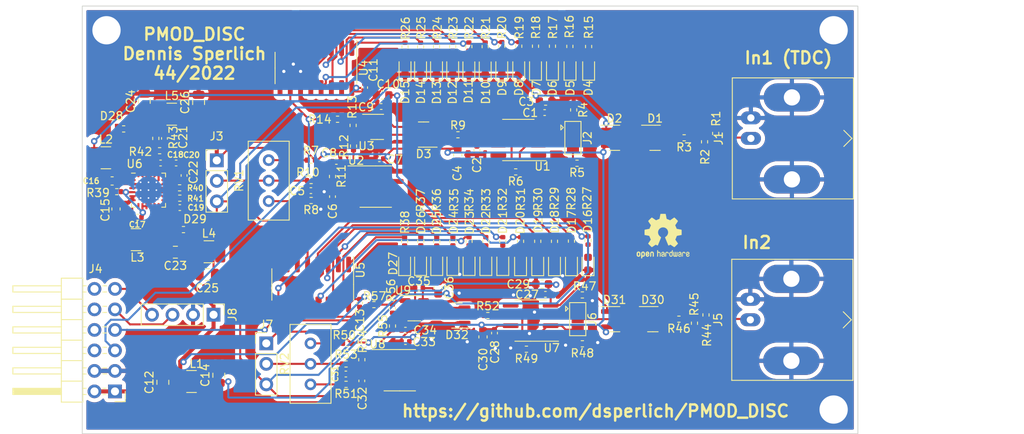
<source format=kicad_pcb>
(kicad_pcb (version 20211014) (generator pcbnew)
  (layers (0 "F.Cu" signal) (31 "B.Cu" signal) (34 "B.Paste" user) (35 "F.Paste" user) (36 "B.SilkS" user "B.Silkscreen") (37 "F.SilkS" user "F.Silkscreen") (38 "B.Mask" user) (39 "F.Mask" user) (44 "Edge.Cuts" user))
  (net 0 "")
  (net 1 "GND")
  (net 2 "Net-(D1-Pad3)")
  (net 3 "-15V")
  (net 4 "+15V")
  (net 5 "+3.3VA")
  (net 6 "Net-(D3-Pad3)")
  (net 7 "Net-(C21-Pad2)")
  (net 8 "Net-(D28-Pad2)")
  (net 9 "Net-(D29-Pad1)")
  (net 10 "Net-(C19-Pad1)")
  (net 12 "Net-(J2-Pad3)")
  (net 13 "Net-(J2-Pad1)")
  (net 15 "Net-(R6-Pad2)")
  (net 17 "Net-(C17-Pad1)")
  (net 18 "+3.3V")
  (net 21 "Net-(C19-Pad2)")
  (net 22 "Net-(C22-Pad2)")
  (net 23 "Net-(C20-Pad2)")
  (net 25 "Net-(C18-Pad2)")
  (net 26 "Net-(C21-Pad1)")
  (net 27 "Net-(C5-Pad1)")
  (net 28 "Net-(C8-Pad1)")
  (net 29 "Net-(D4-Pad2)")
  (net 30 "Net-(D5-Pad2)")
  (net 31 "Net-(D6-Pad2)")
  (net 32 "Net-(D7-Pad2)")
  (net 33 "Net-(D8-Pad2)")
  (net 34 "Net-(D9-Pad2)")
  (net 35 "Net-(D10-Pad2)")
  (net 36 "Net-(D11-Pad2)")
  (net 37 "Net-(D12-Pad2)")
  (net 38 "Net-(D13-Pad2)")
  (net 39 "Net-(D14-Pad2)")
  (net 40 "Net-(D15-Pad2)")
  (net 41 "Net-(D16-Pad2)")
  (net 42 "Net-(D17-Pad2)")
  (net 43 "Net-(D18-Pad2)")
  (net 44 "Net-(D19-Pad2)")
  (net 45 "Net-(D20-Pad2)")
  (net 46 "Net-(D21-Pad2)")
  (net 47 "Net-(D22-Pad2)")
  (net 48 "Net-(D23-Pad2)")
  (net 49 "Net-(D24-Pad2)")
  (net 50 "Net-(D25-Pad2)")
  (net 51 "Net-(D26-Pad2)")
  (net 52 "Net-(D27-Pad2)")
  (net 53 "Net-(J1-Pad1)")
  (net 54 "Net-(R7-Pad1)")
  (net 55 "Net-(R8-Pad2)")
  (net 56 "Net-(R10-Pad2)")
  (net 57 "Net-(R12-Pad2)")
  (net 58 "Net-(R13-Pad2)")
  (net 59 "/ConPower/OUT1")
  (net 60 "Net-(R15-Pad1)")
  (net 61 "Net-(R16-Pad1)")
  (net 62 "Net-(R17-Pad1)")
  (net 63 "Net-(R18-Pad1)")
  (net 64 "Net-(R19-Pad1)")
  (net 65 "Net-(R20-Pad1)")
  (net 66 "Net-(R21-Pad1)")
  (net 67 "Net-(R22-Pad1)")
  (net 68 "Net-(R23-Pad1)")
  (net 69 "Net-(R24-Pad1)")
  (net 70 "Net-(R25-Pad1)")
  (net 71 "Net-(R26-Pad1)")
  (net 72 "Net-(R27-Pad1)")
  (net 73 "Net-(R28-Pad1)")
  (net 74 "Net-(R29-Pad1)")
  (net 75 "Net-(R30-Pad1)")
  (net 76 "Net-(R31-Pad1)")
  (net 77 "Net-(R32-Pad1)")
  (net 78 "Net-(R33-Pad1)")
  (net 79 "Net-(R34-Pad1)")
  (net 80 "Net-(R35-Pad1)")
  (net 81 "Net-(R36-Pad1)")
  (net 82 "Net-(R37-Pad1)")
  (net 83 "Net-(R38-Pad1)")
  (net 84 "/ConPower/OUT2")
  (net 87 "Net-(C31-Pad1)")
  (net 88 "Net-(C34-Pad1)")
  (net 89 "Net-(D30-Pad3)")
  (net 90 "Net-(D32-Pad3)")
  (net 91 "Net-(J5-Pad1)")
  (net 92 "Net-(J6-Pad1)")
  (net 93 "Net-(J6-Pad3)")
  (net 94 "Net-(R49-Pad2)")
  (net 95 "Net-(R50-Pad1)")
  (net 96 "Net-(R51-Pad2)")
  (net 97 "Net-(R53-Pad2)")
  (net 98 "Net-(R55-Pad2)")
  (net 99 "Net-(R56-Pad2)")
  (net 105 "/ConPower/SCL")
  (net 106 "/ConPower/SDA")
  (footprint "LED_SMD:LED_0603_1608Metric" (layer "F.Cu") (at 216.375 56.225 90)
    (fp_text reference "D10")
    (fp_text value "LED")
  )
  (footprint "Capacitor_SMD:C_0402_1005Metric" (layer "F.Cu") (at 201.1 94.95 90)
    (fp_text reference "C32")
    (fp_text value "100n")
  )
  (footprint "Capacitor_SMD:C_0603_1608Metric" (layer "F.Cu") (at 170.675 73.65 -90)
    (fp_text reference "C15")
    (fp_text value "4u7")
  )
  (footprint "Resistor_SMD:R_0402_1005Metric" (layer "F.Cu") (at 176.075 66.425)
    (fp_text reference "R42")
    (fp_text value "85k8")
  )
  (footprint "Resistor_SMD:R_0402_1005Metric" (layer "F.Cu") (at 201.1 92.325 90)
    (fp_text reference "R54")
    (fp_text value "100R")
  )
  (footprint "Package_SO:SOIC-8_3.9x4.9mm_P1.27mm" (layer "F.Cu") (at 220.475 65.1 180)
    (fp_text reference "U1")
    (fp_text value "LM7171xIM")
  )
  (footprint "Capacitor_SMD:C_0402_1005Metric" (layer "F.Cu") (at 223.73 61.7)
    (fp_text reference "C1")
    (fp_text value "10n")
  )
  (footprint "Resistor_SMD:R_0402_1005Metric" (layer "F.Cu") (at 243.7 86.775 90)
    (fp_text reference "R44")
    (fp_text value "100R")
  )
  (footprint "LED_SMD:LED_0603_1608Metric" (layer "F.Cu") (at 208.375 56.2 90)
    (fp_text reference "D14")
    (fp_text value "LED")
  )
  (footprint "Capacitor_SMD:C_0402_1005Metric" (layer "F.Cu") (at 200.825 85.3 90)
    (fp_text reference "C13")
    (fp_text value "100n")
  )
  (footprint "Potentiometer_THT:Potentiometer_Bourns_3296W_Vertical" (layer "F.Cu") (at 194.75 90.3 90)
    (fp_text reference "RV2")
    (fp_text value "10k")
  )
  (footprint "LED_SMD:LED_0603_1608Metric" (layer "F.Cu") (at 226.875 56.2 90)
    (fp_text reference "D5")
    (fp_text value "LED")
  )
  (footprint "LED_SMD:LED_0603_1608Metric" (layer "F.Cu") (at 216.45 80.4 90)
    (fp_text reference "D22")
    (fp_text value "LED")
  )
  (footprint "LED_SMD:LED_0603_1608Metric" (layer "F.Cu") (at 206.45 56.2 90)
    (fp_text reference "D15")
    (fp_text value "LED")
  )
  (footprint "Package_TO_SOT_SMD:SOT-23" (layer "F.Cu") (at 208.75 64.425 180)
    (fp_text reference "D3")
    (fp_text value "BAS40-04")
  )
  (footprint "Package_DFN_QFN:VQFN-24-1EP_4x4mm_P0.5mm_EP2.45x2.45mm_ThermalVias" (layer "F.Cu") (at 174.7 71.3125)
    (fp_text reference "U6")
    (fp_text value "TPS65130RGE")
  )
  (footprint "Package_SO:SOIC-8_3.9x4.9mm_P1.27mm" (layer "F.Cu") (at 222 87.475 180)
    (fp_text reference "U7")
    (fp_text value "LM7171xIM")
  )
  (footprint "Resistor_SMD:R_0402_1005Metric" (layer "F.Cu") (at 204.9 86 90)
    (fp_text reference "R56")
    (fp_text value "200k")
  )
  (footprint "Resistor_SMD:R_0402_1005Metric" (layer "F.Cu") (at 243.525 65.325 -90)
    (fp_text reference "R2")
    (fp_text value "100R")
  )
  (footprint "Capacitor_SMD:C_0805_2012Metric" (layer "F.Cu") (at 174.175 60.3 90)
    (fp_text reference "C24")
    (fp_text value "22u")
  )
  (footprint "Resistor_SMD:R_0402_1005Metric" (layer "F.Cu") (at 210.375 77.675 -90)
    (fp_text reference "R36")
    (fp_text value "1k")
  )
  (footprint "Resistor_SMD:R_0402_1005Metric" (layer "F.Cu") (at 218.425 53.475 -90)
    (fp_text reference "R20")
    (fp_text value "1k")
  )
  (footprint "Resistor_SMD:R_0402_1005Metric" (layer "F.Cu") (at 240.35 87.3 180)
    (fp_text reference "R46")
    (fp_text value "22R")
  )
  (footprint "Resistor_SMD:R_0402_1005Metric" (layer "F.Cu") (at 178.575 72.3 180)
    (fp_text reference "R41")
    (fp_text value "1M3")
  )
  (footprint "Capacitor_SMD:C_0402_1005Metric" (layer "F.Cu") (at 203.275 67.42 180)
    (fp_text reference "C7")
    (fp_text value "100n")
  )
  (footprint "Resistor_SMD:R_0402_1005Metric" (layer "F.Cu") (at 214.35 53.525 -90)
    (fp_text reference "R22")
    (fp_text value "1k")
  )
  (footprint "Resistor_SMD:R_0402_1005Metric" (layer "F.Cu") (at 221.475 91.025 180)
    (fp_text reference "R49")
    (fp_text value "200R")
  )
  (footprint "Resistor_SMD:R_0402_1005Metric" (layer "F.Cu") (at 216.375 53.525 -90)
    (fp_text reference "R21")
    (fp_text value "1k")
  )
  (footprint "Resistor_SMD:R_0402_1005Metric" (layer "F.Cu") (at 199.275 90.3)
    (fp_text reference "R50")
    (fp_text value "10k")
  )
  (footprint "Capacitor_SMD:C_0402_1005Metric" (layer "F.Cu") (at 206.5 88.675)
    (fp_text reference "C34")
    (fp_text value "100n")
  )
  (footprint "Package_SO:SOIC-16_3.9x9.9mm_P1.27mm" (layer "F.Cu") (at 195.025 83 -90)
    (fp_text reference "U5")
    (fp_text value "4040")
  )
  (footprint "LED_SMD:LED_0603_1608Metric" (layer "F.Cu") (at 220.525 56.2 90)
    (fp_text reference "D8")
    (fp_text value "LED")
  )
  (footprint "Capacitor_SMD:C_0402_1005Metric" (layer "F.Cu") (at 203.5 60.95 180)
    (fp_text reference "C9")
    (fp_text value "100n")
  )
  (footprint "Resistor_SMD:R_0402_1005Metric" (layer "F.Cu") (at 210.35 53.525 -90)
    (fp_text reference "R24")
    (fp_text value "1k")
  )
  (footprint "Connector_PinHeader_2.54mm:PinHeader_2x06_P2.54mm_Horizontal" (layer "F.Cu") (at 170.55 96.25 180)
    (fp_text reference "J4")
    (fp_text value "Conn_02x06_Odd_Even")
  )
  (footprint "LED_SMD:LED_0603_1608Metric" (layer "F.Cu") (at 220.75 80.425 90)
    (fp_text reference "D20")
    (fp_text value "LED")
  )
  (footprint "Capacitor_SMD:C_0402_1005Metric" (layer "F.Cu") (at 223.825 84.225 180)
    (fp_text reference "C27")
    (fp_text value "10n")
  )
  (footprint "Capacitor_SMD:C_0603_1608Metric" (layer "F.Cu") (at 210.55 83.4 90)
    (fp_text reference "C36")
    (fp_text value "2u2")
  )
  (footprint "LED_SMD:LED_0603_1608Metric" (layer "F.Cu") (at 214.35 56.2125 90)
    (fp_text reference "D11")
    (fp_text value "LED")
  )
  (footprint "LED_SMD:LED_0603_1608Metric" (layer "F.Cu") (at 214.375 80.4 90)
    (fp_text reference "D23")
    (fp_text value "LED")
  )
  (footprint "Inductor_SMD:L_1210_3225Metric" (layer "F.Cu") (at 182.175 78.95)
    (fp_text reference "L4")
    (fp_text value "220n")
  )
  (footprint "Package_TO_SOT_SMD:SOT-23" (layer "F.Cu") (at 237.125 87.3)
    (fp_text reference "D30")
    (fp_text value "BAS40-04")
  )
  (footprint "Resistor_SMD:R_0402_1005Metric" (layer "F.Cu") (at 208.4 77.65 -90)
    (fp_text reference "R37")
    (fp_text value "1k")
  )
  (footprint "Capacitor_SMD:C_0402_1005Metric" (layer "F.Cu") (at 197.95 67.745)
    (fp_text reference "C8")
    (fp_text value "100n")
  )
  (footprint "Resistor_SMD:R_0402_1005Metric" (layer "F.Cu") (at 199.15 92.85)
    (fp_text reference "R53")
    (fp_text value "10k")
  )
  (footprint "Resistor_SMD:R_0402_1005Metric" (layer "F.Cu") (at 202.6 85.5 180)
    (fp_text reference "R57")
    (fp_text value "100R")
  )
  (footprint "Resistor_SMD:R_0402_1005Metric" (layer "F.Cu") (at 198.1 62.525 180)
    (fp_text reference "R14")
    (fp_text value "100R")
  )
  (footprint "Resistor_SMD:R_0402_1005Metric" (layer "F.Cu") (at 200.025 63.29 90)
    (fp_text reference "R13")
    (fp_text value "200k")
  )
  (footprint "Resistor_SMD:R_0402_1005Metric" (layer "F.Cu") (at 229.1 77.55 -90)
    (fp_text reference "R27")
    (fp_text value "1k")
  )
  (footprint "Connector_PinHeader_2.54mm:PinHeader_1x03_P2.54mm_Vertical" (layer "F.Cu") (at 189.275 90.3)
    (fp_text reference "J7")
    (fp_text value "Conn_01x03_Male")
  )
  (footprint "Package_TO_SOT_SMD:SOT-23-5" (layer "F.Cu") (at 203 63.475)
    (fp_text reference "U3")
    (fp_text value "MAX999")
  )
  (footprint "Resistor_SMD:R_0402_1005Metric" (layer "F.Cu") (at 200.075 65.85 90)
    (fp_text reference "R12")
    (fp_text value "100R")
  )
  (footprint "Package_TO_SOT_SMD:SOT-23" (layer "F.Cu") (at 232.3875 87.3)
    (fp_text reference "D31")
    (fp_text value "BAS40-04")
  )
  (footprint "Diode_SMD:D_Powermite_AK" (layer "F.Cu") (at 172.575 63.725 180)
    (fp_text reference "D28")
    (fp_text value "MBRM120LT1G")
  )
  (footprint "LED_SMD:LED_0603_1608Metric" (layer "F.Cu") (at 212.375 80.4 90)
    (fp_text reference "D24")
    (fp_text value "LED")
  )
  (footprint "Package_SO:SOIC-8_3.9x4.9mm_P1.27mm" (layer "F.Cu") (at 205.8 93.625)
    (fp_text reference "U8")
    (fp_text value "LM358")
  )
  (footprint "Potentiometer_THT:Potentiometer_Bourns_3296W_Vertical" (layer "F.Cu") (at 189.575 67.595 90)
    (fp_text reference "RV1")
    (fp_text value "10k")
  )
  (footprint "Resistor_SMD:R_0402_1005Metric" (layer "F.Cu") (at 212.375 77.65 -90)
    (fp_text reference "R35")
    (fp_text value "1k")
  )
  (footprint "Capacitor_SMD:C_0805_2012Metric" (layer "F.Cu") (at 183.4 94.25 90)
    (fp_text reference "C14")
    (fp_text value "22u")
  )
  (footprint "Package_SO:SOIC-8_3.9x4.9mm_P1.27mm" (layer "F.Cu") (at 202.825 70.87)
    (fp_text reference "U2")
    (fp_text value "LM358")
  )
  (footprint "Resistor_SMD:R_0402_1005Metric" (layer "F.Cu") (at 197.475 69.62 90)
    (fp_text reference "R11")
    (fp_text value "100R")
  )
  (footprint "Inductor_SMD:L_1210_3225Metric" (layer "F.Cu") (at 169.425 67.3)
    (fp_text reference "L2")
    (fp_text value "4u7")
  )
  (footprint "Resistor_SMD:R_0402_1005Metric" (layer "F.Cu") (at 244.9 64.29 90)
    (fp_text reference "R1")
    (fp_text value "100R")
  )
  (footprint "Capacitor_SMD:C_0402_1005Metric" (layer "F.Cu") (at 208.175 83.45 180)
    (fp_text reference "C35")
    (fp_text value "100n")
  )
  (footprint "Resistor_SMD:R_0402_1005Metric" (layer "F.Cu") (at 222.875 77.65 -90)
    (fp_text reference "R30")
    (fp_text value "1k")
  )
  (footprint "LED_SMD:LED_0603_1608Metric" (layer "F.Cu") (at 224.7 56.2 90)
    (fp_text reference "D6")
    (fp_text value "LED")
  )
  (footprint "LED_SMD:LED_0603_1608Metric" (layer "F.Cu") (at 210.375 80.4 90)
    (fp_text reference "D25")
    (fp_text value "LED")
  )
  (footprint "Resistor_SMD:R_0402_1005Metric" (layer "F.Cu") (at 241 64.825 180)
    (fp_text reference "R3")
    (fp_text value "22R")
  )
  (footprint "Capacitor_SMD:C_0402_1005Metric" (layer "F.Cu") (at 201.45 58.605 -90)
    (fp_text reference "C11")
    (fp_text value "100n")
  )
  (footprint "Symbol:OSHW-Logo2_7.3x6mm_SilkScreen" (layer "F.Cu") (at 238.39 77.01)
    (fp_text reference "REF**" hide)
    (fp_text value "OSHW-Logo2_7.3x6mm_SilkScreen" hide)
  )
  (footprint "Capacitor_SMD:C_0402_1005Metric" (layer "F.Cu") (at 194.8 71.37)
    (fp_text reference "C5")
    (fp_text value "100n")
  )
  (footprint "Resistor_SMD:R_0402_1005Metric" (layer "F.Cu") (at 199.15 95.375 180)
    (fp_text reference "R51")
    (fp_text value "10k")
  )
  (footprint "Resistor_SMD:R_0402_1005Metric" (layer "F.Cu") (at 208.375 53.55 -90)
    (fp_text reference "R25")
    (fp_text value "1k")
  )
  (footprint "Capacitor_SMD:C_0603_1608Metric" (layer "F.Cu") (at 223.85 60.275)
    (fp_text reference "C3")
    (fp_text value "2u2")
  )
  (footprint "LED_SMD:LED_0603_1608Metric" (layer "F.Cu") (at 222.875 80.425 90)
    (fp_text reference "D19")
    (fp_text value "LED")
  )
  (footprint "Resistor_SMD:R_0402_1005Metric" (layer "F.Cu") (at 175.6 64.9 90)
    (fp_text reference "R43")
    (fp_text value "975k")
  )
  (footprint "Resistor_SMD:R_0402_1005Metric" (layer "F.Cu") (at 227.325 61.375 -90)
    (fp_text reference "R4")
    (fp_text value "0R")
  )
  (footprint "Resistor_SMD:R_0402_1005Metric" (layer "F.Cu") (at 204.9 88.15 90)
    (fp_text reference "R55")
    (fp_text value "100R")
  )
  (footprint "Jumper:SolderJumper-3_P1.3mm_Bridged12_Pad1.0x1.5mm" (layer "F.Cu") (at 227.2325 64.85 -90)
    (fp_text reference "J2")
    (fp_text value "Conn_01x03_Male")
  )
  (footprint "Package_TO_SOT_SMD:SOT-23" (layer "F.Cu") (at 237.4 64.825)
    (fp_text reference "D1")
    (fp_text value "BAS40-04")
  )
  (footprint "Inductor_SMD:L_1210_3225Metric" (layer "F.Cu") (at 177.575 61.9)
    (fp_text reference "L5")
    (fp_text value "220n")
  )
  (footprint "Resistor_SMD:R_0402_1005Metric" (layer "F.Cu") (at 206.4 77.665 -90)
    (fp_text reference "R38")
    (fp_text value "1k")
  )
  (footprint "LED_SMD:LED_0603_1608Metric" (layer "F.Cu") (at 210.35 56.2 90)
    (fp_text reference "D13")
    (fp_text value "LED")
  )
  (footprint "LED_SMD:LED_0603_1608Metric" (layer "F.Cu") (at 229.175 56.2 90)
    (fp_text reference "D4")
    (fp_text value "LED")
  )
  (footprint "Capacitor_SMD:C_0402_1005Metric" (layer "F.Cu") (at 197.475 72.115 90)
    (fp_text reference "C6")
    (fp_text value "100n")
  )
  (footprint "Connector_Coaxial:BNC_Amphenol_B6252HB-NPP3G-50_Horizontal" (layer "F.Cu") (at 249.26 64.9 -90)
    (fp_text reference "J1")
    (fp_text value "Conn_Coaxial")
  )
  (footprint "Resistor_SMD:R_0402_1005Metric" (layer "F.Cu") (at 242.275 87.8 -90)
    (fp_text reference "R45")
    (fp_text value "100R")
  )
  (footprint "Resistor_SMD:R_0402_1005Metric" (layer "F.Cu") (at 216.45 77.65 -90)
    (fp_text reference "R33")
    (fp_text value "1k")
  )
  (footprint "Resistor_SMD:R_0402_1005Metric" (layer "F.Cu") (at 229.175 53.515 -90)
    (fp_text reference "R15")
    (fp_text value "1k")
  )
  (footprint "LED_SMD:LED_0603_1608Metric" (layer "F.Cu") (at 227.05 80.425 90)
    (fp_text reference "D17")
    (fp_text value "LED")
  )
  (footprint "Connector_Coaxial:BNC_Amphenol_B6252HB-NPP3G-50_Horizontal" (layer "F.Cu") (at 249.19 87.38 -90)
    (fp_text reference "J5")
    (fp_text value "Conn_Coaxial")
  )
  (footprint "Resistor_SMD:R_0402_1005Metric" (layer "F.Cu") (at 224.95 77.65 -90)
    (fp_text reference "R29")
    (fp_text value "1k")
  )
  (footprint "Resistor_SMD:R_0402_1005Metric" (layer "F.Cu") (at 214.375 77.65 -90)
    (fp_text reference "R34")
    (fp_text value "1k")
  )
  (footprint "Capacitor_SMD:C_0603_1608Metric" (layer "F.Cu") (at 203.675 59.525 180)
    (fp_text reference "C10")
    (fp_text value "2u2")
  )
  (footprint "Resistor_SMD:R_0402_1005Metric" (layer "F.Cu") (at 226.85 53.5 -90)
    (fp_text reference "R16")
    (fp_text value "1k")
  )
  (footprint "Capacitor_SMD:C_0402_1005Metric" (layer "F.Cu") (at 179.1 69.495 -90)
    (fp_text reference "C22")
    (fp_text value "220n")
  )
  (footprint "LED_SMD:LED_0603_1608Metric" (layer "F.Cu") (at 208.375 80.4 90)
    (fp_text reference "D26")
    (fp_text value "LED")
  )
  (footprint "Capacitor_SMD:C_0805_2012Metric" (layer "F.Cu") (at 181.975 81.775 180)
    (fp_text reference "C25")
    (fp_text value "22u")
  )
  (footprint "Capacitor_SMD:C_0402_1005Metric" (layer "F.Cu") (at 215.35 66.375 -90)
    (fp_text reference "C2")
    (fp_text value "10n")
  )
  (footprint "Capacitor_SMD:C_0402_1005Metric" (layer "F.Cu") (at 178.12 67.95)
    (fp_text reference "C20")
    (fp_text value "4n7")
  )
  (footprint "Capacitor_SMD:C_0603_1608Metric" (layer "F.Cu") (at 223.425 82.95 180)
    (fp_text reference "C29")
    (fp_text value "2u2")
  )
  (footprint "Resistor_SMD:R_0402_1005Metric" (layer "F.Cu") (at 220.525 53.475 -90)
    (fp_text reference "R19")
    (fp_text value "1k")
  )
  (footprint "Capacitor_SMD:C_0603_1608Metric" (layer "F.Cu") (at 170.2 70.175)
    (fp_text reference "C16")
    (fp_text value "4u7")
  )
  (footprint "LED_SMD:LED_0603_1608Metric" (layer "F.Cu") (at 206.4 80.4125 90)
    (fp_text reference "D27")
    (fp_text value "LED")
  )
  (footprint "Inductor_SMD:L_1210_3225Metric" (layer "F.Cu") (at 173.15 77.45)
    (fp_text reference "L3")
    (fp_text value "4u7")
  )
  (footprint "LED_SMD:LED_0603_1608Metric" (layer "F.Cu") (at 218.55 80.4 90)
    (fp_text reference "D21")
    (fp_text value "LED")
  )
  (footprint "Capacitor_SMD:C_0805_2012Metric" (layer "F.Cu") (at 180.9 60.45 90)
    (fp_text reference "C26")
    (fp_text value "22u")
  )
  (footprint "Resistor_SMD:R_0402_1005Metric" (layer "F.Cu") (at 206.45 53.55 -90)
    (fp_text reference "R26")
    (fp_text value "1k")
  )
  (footprint "Package_TO_SOT_SMD:SOT-23" (layer "F.Cu") (at 232.375 64.825)
    (fp_text reference "D2")
    (fp_text value "BAS40-04")
  )
  (footprint "Capacitor_SMD:C_0402_1005Metric" (layer "F.Cu") (at 176.195 67.95 180)
    (fp_text reference "C18")
    (fp_text value "10n")
  )
  (footprint "Resistor_SMD:R_0402_1005Metric" (layer "F.Cu") (at 220.75 77.65 -90)
    (fp_text reference "R31")
    (fp_text value "1k")
  )
  (footprint "Resistor_SMD:R_0402_1005Metric" (layer "F.Cu") (at 227.74 67.975 180)
    (fp_text reference "R5")
    (fp_text value "22R")
  )
  (footprint "Resistor_SMD:R_0402_1005Metric" (layer "F.Cu") (at 170.775 71.5)
    (fp_text reference "R39")
    (fp_text value "100R")
  )
  (footprint "LED_SMD:LED_0603_1608Metric" (layer "F.Cu") (at 229.1 80.425 90)
    (fp_text reference "D16")
    (fp_text value "LED")
  )
  (footprint "Resistor_SMD:R_0402_1005Metric" (layer "F.Cu") (at 228.4 90.35 180)
    (fp_text reference "R48")
    (fp_text value "22R")
  )
  (footprint "Resistor_SMD:R_0402_1005Metric" (layer "F.Cu") (at 224.7 53.475 -90)
    (fp_text reference "R17")
    (fp_text value "1k")
  )
  (footprint "Resistor_SMD:R_0402_1005Metric" (layer "F.Cu") (at 194.8 67.595)
    (fp_text reference "R7")
    (fp_text value "10k")
  )
  (footprint "Capacitor_SMD:C_0805_2012Metric" (layer "F.Cu") (at 178.025 79 180)
    (fp_text reference "C23")
    (fp_text value "22u")
  )
  (footprint "Connector_PinHeader_2.54mm:PinHeader_1x04_P2.54mm_Vertical" (layer "F.Cu") (at 182.75 86.75 -90)
    (fp_text reference "J8")
    (fp_text value "Conn_01x04_Male")
  )
  (footprint "LED_SMD:LED_0603_1608Metric" (layer "F.Cu") (at 222.6 56.2 90)
    (fp_text reference "D7")
    (fp_text value "LED")
  )
  (footprint "Resistor_SMD:R_0402_1005Metric" (layer "F.Cu") (at 194.825 72.595 180)
    (fp_text reference "R8")
    (fp_text value "10k")
  )
  (footprint "Resistor_SMD:R_0402_1005Metric" (layer "F.Cu") (at 227.05 77.625 -90)
    (fp_text reference "R28")
    (fp_text value "1k")
  )
  (footprint "Inductor_SMD:L_1210_3225Metric" (layer "F.Cu") (at 180.025 95.025)
    (fp_text reference "L1")
    (fp_text value "220n")
  )
  (footprint "LED_SMD:LED_0603_1608Metric" (layer "F.Cu") (at 212.35 56.2 90)
    (fp_text reference "D12")
    (fp_text value "LED")
  )
  (footprint "Resistor_SMD:R_0402_1005Metric" (layer "F.Cu") (at 178.55 71.025 180)
    (fp_text reference "R40")
    (fp_text value "104k8")
  )
  (footprint "Resistor_SMD:R_0402_1005Metric" (layer "F.Cu") (at 213 64.45)
    (fp_text reference "R9")
    (fp_text value "22R")
  )
  (footprint "Resistor_SMD:R_0402_1005Metric" (layer "F.Cu") (at 218.55 77.65 -90)
    (fp_text reference "R32")
    (fp_text value "1k")
  )
  (footprint "Package_SO:SOIC-16_3.9x9.9mm_P1.27mm" (layer "F.Cu") (at 195.425 56.175 -90)
    (fp_text reference "U4")
    (fp_text value "4040")
  )
  (footprint "Capacitor_SMD:C_0402_1005Metric" (layer "F.Cu") (at 206.5 90.075 180)
    (fp_text reference "C33")
    (fp_text value "100n")
  )
  (footprint "Capacitor_SMD:C_0402_1005Metric" (layer "F.Cu") (at 178.575 73.475)
    (fp_text reference "C19")
    (fp_text value "7p5")
  )
  (footprint "Resistor_SMD:R_0402_1005Metric" (layer "F.Cu") (at 228.4 84.3 180)
    (fp_text reference "R47")
    (fp_text value "0R")
  )
  (footprint "Resistor_SMD:R_0402_1005Metric" (layer "F.Cu") (at 220.15 69.05 180)
    (fp_text reference "R6")
    (fp_text value "200R")
  )
  (footprint "Capacitor_SMD:C_0402_1005Metric" (layer "F.Cu") (at 176.675 64.9 90)
    (fp_text reference "C21")
    (fp_text value "6p8")
  )
  (footprint "Capacitor_SMD:C_0603_1608Metric" (layer "F.Cu") (at 216.1 89.5 -90)
    (fp_text reference "C30")
    (fp_text value "2u2")
  )
  (footprint "Resistor_SMD:R_0402_1005Metric" (layer "F.Cu") (at 212.35 53.525 -90)
    (fp_text reference "R23")
    (fp_text value "1k")
  )
  (footprint "Connector_PinHeader_2.54mm:PinHeader_1x03_P2.54mm_Vertical" (layer "F.Cu") (at 183.15 67.625)
    (fp_text reference "J3")
    (fp_text value "Conn_01x03_Male")
  )
  (footprint "LED_SMD:LED_0603_1608Metric" (layer "F.Cu") (at 218.425 56.2 90)
    (fp_text reference "D9")
    (fp_text value "LED")
  )
  (footprint "Capacitor_SMD:C_0402_1005Metric" (layer "F.Cu") (at 173.35 74.675 180)
    (fp_text reference "C17")
    (fp_text value "100n")
  )
  (footprint "Capacitor_SMD:C_0402_1005Metric" (layer "F.Cu") (at 217.525 89.025 -90)
    (fp_text reference "C28")
    (fp_text value "10n")
  )
  (footprint "Capacitor_SMD:C_0805_2012Metric" (layer "F.Cu") (at 176.475 95.125 90)
    (fp_text reference "C12")
    (fp_text value "22u")
  )
  (footprint "Package_TO_SOT_SMD:SOT-23" (layer "F.Cu") (at 212.875 86.85 180)
    (fp_text reference "D32")
    (fp_text value "BAS40-04")
  )
  (footprint "Package_TO_SOT_SMD:SOT-23-5" (layer "F.Cu") (at 207.6 85.95)
    (fp_text reference "U9")
    (fp_text value "MAX999")
  )
  (footprint "LED_SMD:LED_0603_1608Metric" (layer "F.Cu") (at 224.95 80.425 90)
    (fp_text reference "D18")
    (fp_text value "LED")
  )
  (footprint "Resistor_SMD:R_0402_1005Metric" (layer "F.Cu") (at 222.6 53.475 -90)
    (fp_text reference "R18")
    (fp_text value "1k")
  )
  (footprint "Jumper:SolderJumper-3_P1.3mm_Bridged12_Pad1.0x1.5mm" (layer "F.Cu") (at 227.825 87.3 -90)
    (fp_text reference "J6")
    (fp_text value "Conn_01x03_Male")
  )
  (footprint "Diode_SMD:D_Powermite_AK" (layer "F.Cu") (at 178.075 76.2)
    (fp_text reference "D29")
    (fp_text value "MBRM120LT1G")
  )
  (footprint "Capacitor_SMD:C_0402_1005Metric" (layer "F.Cu") (at 199.125 94.1)
    (fp_text reference "C31")
    (fp_text value "100n")
  )
  (footprint "Resistor_SMD:R_0402_1005Metric" (layer "F.Cu") (at 194.825 70.12)
    (fp_text reference "R10")
    (fp_text value "10k")
  )
  (footprint "Capacitor_SMD:C_0603_1608Metric" (layer "F.Cu") (at 212.975 66.95 -90)
    (fp_text reference "C4")
    (fp_text value "2u2")
  )
  (footprint "Resistor_SMD:R_0402_1005Metric" (layer "F.Cu") (at 216.7 86.85)
    (fp_text reference "R52")
    (fp_text value "22R")
  )
  (gr_rect (start 166.5 48.5) (end 262.5 101.5) (layer "Edge.Cuts") (width 0.1) (fill none))
  (gr_text "In1 (TDC)" (at 253.9 54.925) (layer "F.SilkS") (effects (font (size 1.5 1.5) (thickness 0.3))))
  (gr_text "https://github.com/dsperlich/PMOD_DISC" (at 230.03 98.69) (layer "F.SilkS") (effects (font (size 1.5 1.5) (thickness 0.3))))
  (gr_text "PMOD_DISC\nDennis Sperlich\n44/2022" (at 180.38 54.41) (layer "F.SilkS") (effects (font (size 1.5 1.5) (thickness 0.3))))
  (gr_text "In2\n" (at 250 77.8) (layer "F.SilkS") (effects (font (size 1.5 1.5) (thickness 0.3))))
  (segment (start 177.64 67.56) (end 177.64 67.95) (width 0.5) (layer "F.Cu") (net 1))
  (segment (start 217.525 89.505) (end 216.87 89.505) (width 0.25) (layer "F.Cu") (net 1))
  (segment (start 193.52 58.65) (end 193.52 59.660355) (width 0.25) (layer "F.Cu") (net 1))
  (segment (start 229.1 81.2125) (end 207.7375 81.2125) (width 0.25) (layer "F.Cu") (net 1))
  (segment (start 190.98 55.08) (end 190.98 53.7) (width 0.25) (layer "F.Cu") (net 1))
  (segment (start 206.02 93.03) (end 206.02 90.075) (width 0.25) (layer "F.Cu") (net 1))
  (segment (start 173.825 79.525) (end 171.75 77.45) (width 0.25) (layer "F.Cu") (net 1))
  (segment (start 168.01 93.71) (end 175.835 93.71) (width 0.5) (layer "F.Cu") (net 1))
  (segment (start 195.034645 61.175) (end 201.25 61.175) (width 0.25) (layer "F.Cu") (net 1))
  (segment (start 206.98 88.675) (end 206.98 87.795) (width 0.25) (layer "F.Cu") (net 1))
  (segment (start 193.12 84.32) (end 190.58 81.78) (width 0.25) (layer "F.Cu") (net 1))
  (segment (start 228.93094 84.3) (end 229.64047 85.00953) (width 0.5) (layer "F.Cu") (net 1))
  (segment (start 225.215 60.865) (end 224.625 60.275) (width 0.25) (layer "F.Cu") (net 1))
  (segment (start 213.8125 87.9875) (end 213.8125 87.8) (width 0.25) (layer "F.Cu") (net 1))
  (segment (start 174.175 59.525) (end 177.475 59.525) (width 0.5) (layer "F.Cu") (net 1))
  (segment (start 170.975 70.175) (end 171.3625 70.5625) (width 0.25) (layer "F.Cu") (net 1))
  (segment (start 199.9 87) (end 193.575 87) (width 0.25) (layer "F.Cu") (net 1))
  (segment (start 176.675 66.515) (end 176.585 66.425) (width 0.25) (layer "F.Cu") (net 1))
  (segment (start 193.52 58.65) (end 193.52 57.62) (width 0.25) (layer "F.Cu") (net 1))
  (segment (start 193.575 87) (end 193.12 86.545) (width 0.25) (layer "F.Cu") (net 1))
  (segment (start 204.79 94.26) (end 206.02 93.03) (width 0.25) (layer "F.Cu") (net 1))
  (segment (start 206.02 90.075) (end 206.02 89.642609) (width 0.25) (layer "F.Cu") (net 1))
  (segment (start 200.825 85.78) (end 200.825 86.075) (width 0.25) (layer "F.Cu") (net 1))
  (segment (start 206.02 89.642609) (end 206.98 88.682609) (width 0.25) (layer "F.Cu") (net 1))
  (segment (start 177.25 79) (end 176.9 79) (width 0.25) (layer "F.Cu") (net 1))
  (segment (start 179.1 69.015) (end 179.1 68.625) (width 0.5) (layer "F.Cu") (net 1))
  (segment (start 181.2 81.775) (end 180.025 81.775) (width 0.25) (layer "F.Cu") (net 1))
  (segment (start 204.832391 65.375) (end 202.795 67.412391) (width 0.25) (layer "F.Cu") (net 1))
  (segment (start 193.52 59.660355) (end 195.034645 61.175) (width 0.25) (layer "F.Cu") (net 1))
  (segment (start 178.05 67.15) (end 177.64 67.56) (width 0.5) (layer "F.Cu") (net 1))
  (segment (start 201.8625 63.475) (end 203.015 63.475) (width 0.25) (layer "F.Cu") (net 1))
  (segment (start 201.45 58.125) (end 201.5 58.125) (width 0.25) (layer "F.Cu") (net 1))
  (segment (start 224.625 60.275) (end 224.625 61.285) (width 0.25) (layer "F.Cu") (net 1))
  (segment (start 212.975 67.725) (end 214.825 67.725) (width 0.25) (layer "F.Cu") (net 1))
  (segment (start 202.795 67.412391) (end 202.795 67.42) (width 0.25) (layer "F.Cu") (net 1))
  (segment (start 203.165 94.1) (end 203.325 94.26) (width 0.25) (layer "F.Cu") (net 1))
  (segment (start 175.675 70.3375) (end 175.95 70.0625) (width 0.25) (layer "F.Cu") (net 1))
  (segment (start 179.375 68.35) (end 179.375 67.525) (width 0.5) (layer "F.Cu") (net 1))
  (segment (start 195.28 71.37) (end 196.31 71.37) (width 0.25) (layer "F.Cu") (net 1))
  (segment (start 178.05 67.15) (end 178.05 63.8) (width 0.5) (layer "F.Cu") (net 1))
  (segment (start 190.58 81.78) (end 190.58 80.525) (width 0.25) (layer "F.Cu") (net 1))
  (segment (start 210.55 81.3625) (end 210.375 81.1875) (width 0.25) (layer "F.Cu") (net 1))
  (segment (start 207.6 85.95) (end 207.695 86.045) (width 0.25) (layer "F.Cu") (net 1))
  (segment (start 175.835 93.71) (end 176.475 94.35) (width 0.5) (layer "F.Cu") (net 1))
  (segment (start 193.52 57.62) (end 190.98 55.08) (width 0.25) (layer "F.Cu") (net 1))
  (segment (start 180.75 59.525) (end 180.9 59.675) (width 0.5) (layer "F.Cu") (net 1))
  (segment (start 203.02 60.95) (end 203.02 63.47) (width 0.25) (layer "F.Cu") (net 1))
  (segment (start 172.7125 70.5625) (end 173.95 70.5625) (width 0.25) (layer "F.Cu") (net 1))
  (segment (start 201.25 61.175) (end 202.9 59.525) (width 0.25) (layer "F.Cu") (net 1))
  (segment (start 215.35 67.2) (end 215.35 66.855) (width 0.25) (layer "F.Cu") (net 1))
  (segment (start 206.4625 85.95) (end 207.6 85.95) (width 0.25) (layer "F.Cu") (net 1))
  (segment (start 196.31 71.37) (end 196.445 71.505) (width 0.25) (layer "F.Cu") (net 1))
  (segment (start 210.55 82.625) (end 210.55 81.3625) (width 0.25) (layer "F.Cu") (net 1))
  (segment (start 228.91 84.3) (end 228.93094 84.3) (width 0.5) (layer "F.Cu") (net 1))
  (segment (start 171.65 77.35) (end 171.75 77.45) (width 0.5) (layer "F.Cu") (net 1))
  (segment (start 200.35 71.505) (end 196.445 71.505) (width 0.25) (layer "F.Cu") (net 1))
  (segment (start 172.87 74.675) (end 171.65 74.675) (width 0.5) (layer "F.Cu") (net 1))
  (segment (start 203.325 94.26) (end 204.79 94.26) (width 0.25) (layer "F.Cu") (net 1))
  (segment (start 171.65 74.675) (end 170.925 74.675) (width 0.5) (layer "F.Cu") (net 1))
  (segment (start 179.375 67.525) (end 179 67.15) (width 0.5) (layer "F.Cu") (net 1))
  (segment (start 207.695 83.45) (end 207.695 81.255) (width 0.25) (layer "F.Cu") (net 1))
  (segment (start 175.95 70.0625) (end 175.95 69.325) (width 0.25) (layer "F.Cu") (net 1))
  (segment (start 178.05 63.8) (end 177.475 63.225) (width 0.5) (layer "F.Cu") (net 1))
  (segment (start 176.9 79) (end 176.375 79.525) (width 0.25) (layer "F.Cu") (net 1))
  (segment (start 179.1 68.625) (end 179.375 68.35) (width 0.5) (layer "F.Cu") (net 1))
  (segment (start 207.695 86.045) (end 207.695 83.45) (width 0.25) (layer "F.Cu") (net 1))
  (segment (start 206.98 87.795) (end 207.695 87.08) (width 0.25) (layer "F.Cu") (net 1))
  (segment (start 214.825 67.725) (end 215.35 67.2) (width 0.25) (layer "F.Cu") (net 1))
  (segment (start 200.825 86.075) (end 199.9 87) (width 0.25) (layer "F.Cu") (net 1))
  (segment (start 206.98 88.682609) (end 206.98 88.675) (width 0.25) (layer "F.Cu") (net 1))
  (segment (start 172.7125 71.0625) (end 172.7125 70.5625) (width 0.25) (layer "F.Cu") (net 1))
  (segment (start 171.65 74.675) (end 171.65 77.35) (width 0.5) (layer "F.Cu") (net 1))
  (segment (start 203.02 60.95) (end 203.02 59.645) (width 0.25) (layer "F.Cu") (net 1))
  (segment (start 199.605 94.1) (end 203.165 94.1) (width 0.25) (layer "F.Cu") (net 1))
  (segment (start 207.695 87.08) (end 207.695 86.045) (width 0.25) (layer "F.Cu") (net 1))
  (segment (start 212.9375 88.675) (end 206.98 88.675) (width 0.25) (layer "F.Cu") (net 1))
  (segment (start 179 67.15) (end 178.05 67.15) (width 0.5) (layer "F.Cu") (net 1))
  (segment (start 203.015 63.475) (end 203.02 63.47) (width 0.25) (layer "F.Cu") (net 1))
  (segment (start 177.475 63.225) (end 177.475 59.525) (width 0.5) (layer "F.Cu") (net 1))
  (segment (start 203.02 59.645) (end 202.9 59.525) (width 0.25) (layer "F.Cu") (net 1))
  (segment (start 176.675 67.95) (end 177.64 67.95) (width 0.25) (layer "F.Cu") (net 1))
  (segment (start 207.695 81.255) (end 207.7375 81.2125) (width 0.25) (layer "F.Cu") (net 1))
  (segment (start 177.475 59.525) (end 180.75 59.525) (width 0.5) (layer "F.Cu") (net 1))
  (segment (start 216.87 89.505) (end 216.1 90.275) (width 0.25) (layer "F.Cu") (net 1))
  (segment (start 213.8125 87.8) (end 212.9375 88.675) (width 0.25) (layer "F.Cu") (net 1))
  (segment (start 176.675 67.95) (end 176.675 66.515) (width 0.25) (layer "F.Cu") (net 1))
  (segment (start 205.4375 56.9875) (end 202.9 59.525) (width 0.25) (layer "F.Cu") (net 1))
  (segment (start 193.12 86.545) (end 193.12 85.475) (width 0.25) (layer "F.Cu") (net 1))
  (segment (start 175.95 69.325) (end 175.95 69.125) (width 0.25) (layer "F.Cu") (net 1))
  (segment (start 176.375 79.525) (end 173.825 79.525) (width 0.25) (layer "F.Cu") (net 1))
  (segment (start 206.4125 81.2125) (end 206.4 81.2) (width 0.25) (layer "F.Cu") (net 1))
  (segment (start 229.175 56.9875) (end 205.4375 56.9875) (width 0.25) (layer "F.Cu") (net 1))
  (segment (start 180.025 81.775) (end 177.25 79) (width 0.25) (layer "F.Cu") (net 1))
  (segment (start 216.1 90.275) (end 213.8125 87.9875) (width 0.25) (layer "F.Cu") (net 1))
  (segment (start 203.02 67.195) (end 202.795 67.42) (width 0.25) (layer "F.Cu") (net 1))
  (segment (start 193.12 85.475) (end 193.12 84.32) (width 0.25) (layer "F.Cu") (net 1))
  (segment (start 175.95 69.125) (end 176.675 68.4) (width 0.25) (layer "F.Cu") (net 1))
  (segment (start 209.6875 65.375) (end 204.832391 65.375) (width 0.25) (layer "F.Cu") (net 1))
  (segment (start 176.675 68.4) (end 176.675 67.95) (width 0.25) (layer "F.Cu") (net 1))
  (segment (start 170.925 74.675) (end 170.675 74.425) (width 0.5) (layer "F.Cu") (net 1))
  (segment (start 227.325 60.865) (end 225.215 60.865) (width 0.25) (layer "F.Cu") (net 1))
  (segment (start 173.95 70.5625) (end 174.7 71.3125) (width 0.25) (layer "F.Cu") (net 1))
  (segment (start 224.625 61.285) (end 224.21 61.7) (width 0.25) (layer "F.Cu") (net 1))
  (segment (start 171.3625 70.5625) (end 172.7125 70.5625) (width 0.25) (layer "F.Cu") (net 1))
  (segment (start 207.7375 81.2125) (end 206.4125 81.2125) (width 0.25) (layer "F.Cu") (net 1))
  (segment (start 203.02 63.47) (end 203.02 67.195) (width 0.25) (layer "F.Cu") (net 1))
  (segment (start 201.5 58.125) (end 202.9 59.525) (width 0.25) (layer "F.Cu") (net 1))
  (via (at 259.5 51.5) (size 4.5) (drill 3.5) (layers "F.Cu" "B.Cu") (net 1))
  (via (at 209.7 89.8) (size 0.8) (drill 0.4) (layers "F.Cu" "B.Cu") (net 1))
  (via (at 191.45 56.6) (size 0.8) (drill 0.4) (layers "F.Cu" "B.Cu") (net 1))
  (via (at 259.5 98.5) (size 4.5) (drill 3.5) (layers "F.Cu" "B.Cu") (net 1))
  (via (at 217.625 90.925) (size 0.8) (drill 0.4) (layers "F.Cu" "B.Cu") (net 1))
  (via (at 169.5 51.5) (size 4.5) (drill 3.5) (layers "F.Cu" "B.Cu") (net 1))
  (via (at 196.025 73.675) (size 0.8) (drill 0.4) (layers "F.Cu" "B.Cu") (net 1))
  (via (at 230.3 90.2) (size 0.8) (drill 0.4) (layers "F.Cu" "B.Cu") (net 1))
  (via (at 213.225 81.75) (size 0.8) (drill 0.4) (layers "F.Cu" "B.Cu") (net 1))
  (via (at 226.325 90.525) (size 0.8) (drill 0.4) (layers "F.Cu" "B.Cu") (net 1))
  (via (at 222.475 86.425) (size 0.8) (drill 0.4) (layers "F.Cu" "B.Cu") (net 1))
  (via (at 221.95 84.4) (size 0.8) (drill 0.4) (layers "F.Cu" "B.Cu") (net 1))
  (via (at 221.85 89.075) (size 0.8) (drill 0.4) (layers "F.Cu" "B.Cu") (net 1))
  (via (at 229.64047 85.00953) (size 0.8) (drill 0.4) (layers "F.Cu" "B.Cu") (net 1))
  (via (at 214.15 90.1) (size 0.8) (drill 0.4) (layers "F.Cu" "B.Cu") (net 1))
  (via (at 219.525 90.875) (size 0.8) (drill 0.4) (layers "F.Cu" "B.Cu") (net 1))
  (via (at 219.875 84.3) (size 0.8) (drill 0.4) (layers "F.Cu" "B.Cu") (net 1))
  (via (at 213.15 84.075) (size 0.8) (drill 0.4) (layers "F.Cu" "B.Cu") (net 1))
  (via (at 193.525 56.6) (size 0.8) (drill 0.4) (layers "F.Cu" "B.Cu") (net 1))
  (via (at 225.95 81.925) (size 0.8) (drill 0.4) (layers "F.Cu" "B.Cu") (net 1))
  (via (at 196.445 71.505) (size 0.8) (drill 0.4) (layers "F.Cu" "B.Cu") (net 1))
  (via (at 192.625 55.7) (size 0.8) (drill 0.4) (layers "F.Cu" "B.Cu") (net 1))
  (segment (start 240.49 64.825) (end 240.465 64.85) (width 0.25) (layer "F.Cu") (net 2))
  (segment (start 240.465 64.85) (end 227.2325 64.85) (width 0.25) (layer "F.Cu") (net 2))
  (segment (start 182.75 81.775) (end 182.75 79.775) (width 0.25) (layer "F.Cu") (net 3))
  (segment (start 224.475 85.57) (end 224.475 84.395) (width 0.25) (layer "F.Cu") (net 3))
  (segment (start 222.95 63.195) (end 222.95 60.4) (width 0.25) (layer "F.Cu") (net 3))
  (segment (start 224.275 83.025) (end 224.2 82.95) (width 0.25) (layer "F.Cu") (net 3))
  (segment (start 222.95 60.4) (end 223.075 60.275) (width 0.25) (layer "F.Cu") (net 3))
  (segment (start 199.815 95.53) (end 199.66 95.375) (width 0.25) (layer "F.Cu") (net 3))
  (segment (start 231.45 86.35) (end 231.45 85.794462) (width 0.25) (layer "F.Cu") (net 3))
  (segment (start 203.325 95.53) (end 199.815 95.53) (width 0.25) (layer "F.Cu") (net 3))
  (segment (start 198.201399 96.833601) (end 199.66 95.375) (width 0.25) (layer "F.Cu") (net 3))
  (segment (start 225.605 85.57) (end 224.475 85.57) (width 0.25) (layer "F.Cu") (net 3))
  (segment (start 223.075 60.275) (end 223.075 60.025) (width 0.25) (layer "F.Cu") (net 3))
  (segment (start 200.17 72.595) (end 195.335 72.595) (width 0.25) (layer "F.Cu") (net 3))
  (segment (start 186.23 72.705) (end 188.6 75.075) (width 0.25) (layer "F.Cu") (net 3))
  (segment (start 200.35 72.775) (end 200.17 72.595) (width 0.25) (layer "F.Cu") (net 3))
  (segment (start 183.575 78.95) (end 183.15 78.525) (width 0.25) (layer "F.Cu") (net 3))
  (segment (start 231.35 63.7875) (end 231.4375 63.875) (width 0.25) (layer "F.Cu") (net 3))
  (segment (start 224.475 84.395) (end 224.305 84.225) (width 0.25) (layer "F.Cu") (net 3))
  (segment (start 190.728601 96.833601) (end 198.201399 96.833601) (width 0.25) (layer "F.Cu") (net 3))
  (segment (start 183.15 72.705) (end 186.23 72.705) (width 0.25) (layer "F.Cu") (net 3))
  (segment (start 186.05 92.155) (end 186.05 85.075) (width 0.25) (layer "F.Cu") (net 3))
  (segment (start 188.6 75.075) (end 192.855 75.075) (width 0.25) (layer "F.Cu") (net 3))
  (segment (start 231.45 85.794462) (end 228.980538 83.325) (width 0.25) (layer "F.Cu") (net 3))
  (segment (start 182.75 79.775) (end 183.575 78.95) (width 0.25) (layer "F.Cu") (net 3))
  (segment (start 228.980538 83.325) (end 227.85 83.325) (width 0.25) (layer "F.Cu") (net 3))
  (segment (start 231.35 63.025) (end 231.35 63.7875) (width 0.25) (layer "F.Cu") (net 3))
  (segment (start 227.85 83.325) (end 225.605 85.57) (width 0.25) (layer "F.Cu") (net 3))
  (segment (start 224.2 82.95) (end 224.2 84.12) (width 0.25) (layer "F.Cu") (net 3))
  (segment (start 189.275 95.38) (end 190.728601 96.833601) (width 0.25) (layer "F.Cu") (net 3))
  (segment (start 225.15 83.025) (end 224.275 83.025) (width 0.25) (layer "F.Cu") (net 3))
  (segment (start 186.05 85.075) (end 182.75 81.775) (width 0.25) (layer "F.Cu") (net 3))
  (segment (start 223.075 60.025) (end 222.65 59.6) (width 0.25) (layer "F.Cu") (net 3))
  (segment (start 189.275 95.38) (end 186.05 92.155) (width 0.25) (layer "F.Cu") (net 3))
  (segment (start 224.2 84.12) (end 224.305 84.225) (width 0.25) (layer "F.Cu") (net 3))
  (segment (start 183.15 78.525) (end 183.15 72.705) (width 0.25) (layer "F.Cu") (net 3))
  (segment (start 192.855 75.075) (end 195.335 72.595) (width 0.25) (layer "F.Cu") (net 3))
  (via (at 231.35 63.025) (size 0.8) (drill 0.4) (layers "F.Cu" "B.Cu") (net 3))
  (via (at 225.15 83.025) (size 0.8) (drill 0.4) (layers "F.Cu" "B.Cu") (net 3))
  (via (at 222.65 59.6) (size 0.8) (drill 0.4) (layers "F.Cu" "B.Cu") (net 3))
  (segment (start 222.65 59.6) (end 220.3 57.25) (width 0.25) (layer "B.Cu") (net 3))
  (segment (start 210.85 83.774695) (end 206.175305 83.774695) (width 0.25) (layer "B.Cu") (net 3))
  (segment (start 206.175305 83.774695) (end 195.75 94.2) (width 0.25) (layer "B.Cu") (net 3))
  (segment (start 186.05 69.805) (end 183.15 72.705) (width 0.25) (layer "B.Cu") (net 3))
  (segment (start 225.15 83.025) (end 225.025 82.9) (width 0.25) (layer "B.Cu") (net 3))
  (segment (start 190.455 94.2) (end 189.275 95.38) (width 0.25) (layer "B.Cu") (net 3))
  (segment (start 195.75 94.2) (end 190.455 94.2) (width 0.25) (layer "B.Cu") (net 3))
  (segment (start 228.35 59.6) (end 231.35 62.6) (width 0.25) (layer "B.Cu") (net 3))
  (segment (start 211.724695 82.9) (end 210.85 83.774695) (width 0.25) (layer "B.Cu") (net 3))
  (segment (start 186.05 68.006442) (end 186.05 69.805) (width 0.25) (layer "B.Cu") (net 3))
  (segment (start 222.65 59.6) (end 228.35 59.6) (width 0.25) (layer "B.Cu") (net 3))
  (segment (start 201.875 61.075) (end 192.981442 61.075) (width 0.25) (layer "B.Cu") (net 3))
  (segment (start 205.7 57.25) (end 201.875 61.075) (width 0.25) (layer "B.Cu") (net 3))
  (segment (start 225.025 82.9) (end 211.724695 82.9) (width 0.25) (layer "B.Cu") (net 3))
  (segment (start 231.35 62.6) (end 231.35 63.025) (width 0.25) (layer "B.Cu") (net 3))
  (segment (start 192.981442 61.075) (end 186.05 68.006442) (width 0.25) (layer "B.Cu") (net 3))
  (segment (start 220.3 57.25) (end 205.7 57.25) (width 0.25) (layer "B.Cu") (net 3))
  (segment (start 216.1 88.175) (end 215.925 88) (width 0.25) (layer "F.Cu") (net 4))
  (segment (start 204.325 67.15) (end 204.025 67.15) (width 0.25) (layer "F.Cu") (net 4))
  (segment (start 183.15 67.625) (end 184.7 66.075) (width 0.25) (layer "F.Cu") (net 4))
  (segment (start 207.432164 89.515384) (end 207.432164 89.622836) (width 0.25) (layer "F.Cu") (net 4))
  (segment (start 205 66.175) (end 203.755 67.42) (width 0.25) (layer "F.Cu") (net 4))
  (segment (start 206.98 90.075) (end 206.98 90.425) (width 0.25) (layer "F.Cu") (net 4))
  (segment (start 212.2 66.175) (end 211.725 66.65) (width 0.25) (layer "F.Cu") (net 4))
  (segment (start 216.1 88.725) (end 216.1 88.175) (width 0.25) (layer "F.Cu") (net 4))
  (segment (start 203.755 67.42) (end 205.3 68.965) (width 0.25) (layer "F.Cu") (net 4))
  (segment (start 183.15 63.475) (end 183.15 67.625) (width 0.5) (layer "F.Cu") (net 4))
  (segment (start 217.96 88.11) (end 217.525 88.545) (width 0.25) (layer "F.Cu") (net 4))
  (segment (start 189.275 90.3) (end 190.725 88.85) (width 0.25) (layer "F.Cu") (net 4))
  (segment (start 178.975 61.9) (end 180.225 61.9) (width 0.5) (layer "F.Cu") (net 4))
  (segment (start 184.7 66.075) (end 193.79 66.075) (width 0.25) (layer "F.Cu") (net 4))
  (segment (start 195.63 67.595) (end 196.375 66.85) (width 0.25) (layer "F.Cu") (net 4))
  (segment (start 219.525 88.11) (end 217.96 88.11) (width 0.25) (layer "F.Cu") (net 4))
  (segment (start 206.98 90.425) (end 208.275 91.72) (width 0.25) (layer "F.Cu") (net 4))
  (segment (start 195.31 67.595) (end 195.63 67.595) (width 0.25) (layer "F.Cu") (net 4))
  (segment (start 198.335 88.85) (end 199.785 90.3) (width 0.25) (layer "F.Cu") (net 4))
  (segment (start 231 66.6) (end 231 66.2125) (width 0.25) (layer "F.Cu") (net 4))
  (segment (start 231.325 88.9) (end 231.325 88.375) (width 0.25) (layer "F.Cu") (net 4))
  (segment (start 204.025 67.15) (end 203.755 67.42) (width 0.25) (layer "F.Cu") (net 4))
  (segment (start 180.9 61.225) (end 183.15 63.475) (width 0.5) (layer "F.Cu") (net 4))
  (segment (start 231.325 88.375) (end 231.45 88.25) (width 0.25) (layer "F.Cu") (net 4))
  (segment (start 218 65.735) (end 213.415 65.735) (width 0.25) (layer "F.Cu") (net 4))
  (segment (start 212.975 66.175) (end 205 66.175) (width 0.25) (layer "F.Cu") (net 4))
  (segment (start 212.975 66.175) (end 212.2 66.175) (width 0.25) (layer "F.Cu") (net 4))
  (segment (start 193.79 66.075) (end 195.31 67.595) (width 0.25) (layer "F.Cu") (net 4))
  (segment (start 213.415 65.735) (end 212.975 66.175) (width 0.25) (layer "F.Cu") (net 4))
  (segment (start 207.432164 89.622836) (end 206.98 90.075) (width 0.25) (layer "F.Cu") (net 4))
  (segment (start 180.225 61.9) (end 180.9 61.225) (width 0.5) (layer "F.Cu") (net 4))
  (segment (start 216.28 88.545) (end 216.1 88.725) (width 0.25) (layer "F.Cu") (net 4))
  (segment (start 201.925 90.2) (end 199.885 90.2) (width 0.25) (layer "F.Cu") (net 4))
  (segment (start 199.885 90.2) (end 199.785 90.3) (width 0.25) (layer "F.Cu") (net 4))
  (segment (start 190.725 88.85) (end 198.335 88.85) (width 0.25) (layer "F.Cu") (net 4))
  (segment (start 231 66.2125) (end 231.4375 65.775) (width 0.25) (layer "F.Cu") (net 4))
  (segment (start 217.525 88.545) (end 216.28 88.545) (width 0.25) (layer "F.Cu") (net 4))
  (via (at 215.925 88) (size 0.8) (drill 0.4) (layers "F.Cu" "B.Cu") (net 4))
  (via (at 201.925 90.2) (size 0.8) (drill 0.4) (layers "F.Cu" "B.Cu") (net 4))
  (via (at 204.325 67.15) (size 0.8) (drill 0.4) (layers "F.Cu" "B.Cu") (net 4))
  (via (at 196.375 66.85) (size 0.8) (drill 0.4) (layers "F.Cu" "B.Cu") (net 4))
  (via (at 207.432164 89.515384) (size 0.8) (drill 0.4) (layers "F.Cu" "B.Cu") (net 4))
  (via (at 231 66.6) (size 0.8) (drill 0.4) (layers "F.Cu" "B.Cu") (net 4))
  (via (at 231.325 88.9) (size 0.8) (drill 0.4) (layers "F.Cu" "B.Cu") (net 4))
  (via (at 211.725 66.65) (size 0.8) (drill 0.4) (layers "F.Cu" "B.Cu") (net 4))
  (segment (start 231 66.6) (end 231 81.25) (width 0.25) (layer "B.Cu") (net 4))
  (segment (start 215.925 88) (end 230.425 88) (width 0.25) (layer "B.Cu") (net 4))
  (segment (start 207.432164 89.515384) (end 202.609616 89.515384) (width 0.25) (layer "B.Cu") (net 4))
  (segment (start 230.95 66.65) (end 231 66.6) (width 0.25) (layer "B.Cu") (net 4))
  (segment (start 215.925 88) (end 208.947548 88) (width 0.25) (layer "B.Cu") (net 4))
  (segment (start 230.425 88) (end 231.325 88.9) (width 0.25) (layer "B.Cu") (net 4))
  (segment (start 208.947548 88) (end 207.432164 89.515384) (width 0.25) (layer "B.Cu") (net 4))
  (segment (start 231 81.25) (end 231 87.425) (width 0.25) (layer "B.Cu") (net 4))
  (segment (start 231 87.425) (end 230.425 88) (width 0.25) (layer "B.Cu") (net 4))
  (segment (start 202.609616 89.515384) (end 201.925 90.2) (width 0.25) (layer "B.Cu") (net 4))
  (segment (start 211.725 66.65) (end 230.95 66.65) (width 0.25) (layer "B.Cu") (net 4))
  (segment (start 204.025 66.85) (end 204.325 67.15) (width 0.25) (layer "B.Cu") (net 4))
  (segment (start 196.375 66.85) (end 204.025 66.85) (width 0.25) (layer "B.Cu") (net 4))
  (segment (start 211.475 84.175) (end 211.575 84.075) (width 0.25) (layer "F.Cu") (net 5))
  (segment (start 208.655 83.45) (end 208.655 84.9175) (width 0.25) (layer "F.Cu") (net 5))
  (segment (start 208.655 84.9175) (end 208.7375 85) (width 0.25) (layer "F.Cu") (net 5))
  (segment (start 181.425 95.025) (end 183.4 95.025) (width 0.5) (layer "F.Cu") (net 5))
  (segment (start 203.98 59.995) (end 204.45 59.525) (width 0.25) (layer "F.Cu") (net 5))
  (segment (start 204.1375 62.525) (end 204.1375 61.1075) (width 0.25) (layer "F.Cu") (net 5))
  (segment (start 208.655 83.45) (end 209.825 83.45) (width 0.25) (layer "F.Cu") (net 5))
  (segment (start 213.8125 85.9) (end 209.6375 85.9) (width 0.25) (layer "F.Cu") (net 5))
  (segment (start 209.825 83.45) (end 210.55 84.175) (width 0.25) (layer "F.Cu") (net 5))
  (segment (start 205.4 59.525) (end 205.475 59.6) (width 0.25) (layer "F.Cu") (net 5))
  (segment (start 203.98 60.95) (end 203.98 59.995) (width 0.25) (layer "F.Cu") (net 5))
  (segment (start 210.55 84.175) (end 211.475 84.175) (width 0.25) (layer "F.Cu") (net 5))
  (segment (start 204.45 59.525) (end 205.4 59.525) (width 0.25) (layer "F.Cu") (net 5))
  (segment (start 184.575 95.025) (end 183.4 95.025) (width 0.25) (layer "F.Cu") (net 5))
  (segment (start 204.1375 61.1075) (end 203.98 60.95) (width 0.25) (layer "F.Cu") (net 5))
  (segment (start 209.6375 85.9) (end 208.7375 85) (width 0.25) (layer "F.Cu") (net 5))
  (segment (start 209.6875 63.475) (end 205.0875 63.475) (width 0.25) (layer "F.Cu") (net 5))
  (segment (start 205.0875 63.475) (end 204.1375 62.525) (width 0.25) (layer "F.Cu") (net 5))
  (via (at 205.475 59.6) (size 0.8) (drill 0.4) (layers "F.Cu" "B.Cu") (net 5))
  (via (at 184.575 95.025) (size 0.8) (drill 0.4) (layers "F.Cu" "B.Cu") (net 5))
  (via (at 211.575 84.075) (size 0.8) (drill 0.4) (layers "F.Cu" "B.Cu") (net 5))
  (segment (start 229.1 76.799695) (end 229.1 81.45) (width 0.25) (layer "B.Cu") (net 5))
  (segment (start 205.475 69.6) (end 211.3 75.425) (width 0.25) (layer "B.Cu") (net 5))
  (segment (start 206.361701 84.224695) (end 197.1 93.486396) (width 0.25) (layer "B.Cu") (net 5))
  (segment (start 195.283557 97.016443) (end 184.641443 97.016443) (width 0.25) (layer "B.Cu") (net 5))
  (segment (start 205.475 59.6) (end 205.475 69.6) (width 0.25) (layer "B.Cu") (net 5))
  (segment (start 211.036396 84.224695) (end 206.361701 84.224695) (width 0.25) (layer "B.Cu") (net 5))
  (segment (start 197.1 95.2) (end 195.283557 97.016443) (width 0.25) (layer "B.Cu") (net 5))
  (segment (start 211.575 84.075) (end 211.186091 84.075) (width 0.25) (layer "B.Cu") (net 5))
  (segment (start 184.575 96.95) (end 184.575 95.025) (width 0.25) (layer "B.Cu") (net 5))
  (segment (start 184.641443 97.016443) (end 184.575 96.95) (width 0.25) (layer "B.Cu") (net 5))
  (segment (start 225.2 85.35) (end 212.85 85.35) (width 0.25) (layer "B.Cu") (net 5))
  (segment (start 197.1 93.486396) (end 197.1 95.2) (width 0.25) (layer "B.Cu") (net 5))
  (segment (start 212.85 85.35) (end 211.575 84.075) (width 0.25) (layer "B.Cu") (net 5))
  (segment (start 227.725305 75.425) (end 229.1 76.799695) (width 0.25) (layer "B.Cu") (net 5))
  (segment (start 211.3 75.425) (end 227.725305 75.425) (width 0.25) (layer "B.Cu") (net 5))
  (segment (start 211.186091 84.075) (end 211.036396 84.224695) (width 0.25) (layer "B.Cu") (net 5))
  (segment (start 229.1 81.45) (end 225.2 85.35) (width 0.25) (layer "B.Cu") (net 5))
  (segment (start 212.49 64.45) (end 204.1625 64.45) (width 0.25) (layer "F.Cu") (net 6))
  (segment (start 204.1625 64.45) (end 204.1375 64.425) (width 0.25) (layer "F.Cu") (net 6))
  (segment (start 173.95 69.325) (end 173.95 64.4015) (width 0.25) (layer "F.Cu") (net 7))
  (segment (start 175.63 64.42) (end 175.6 64.39) (width 0.25) (layer "F.Cu") (net 7))
  (segment (start 175.35 61.075) (end 176.175 61.9) (width 0.5) (layer "F.Cu") (net 7))
  (segment (start 174.175 61.075) (end 174.175 62.8235) (width 0.5) (layer "F.Cu") (net 7))
  (segment (start 173.95 64.4015) (end 173.2735 63.725) (width 0.25) (layer "F.Cu") (net 7))
  (segment (start 174.935 63.725) (end 173.2735 63.725) (width 0.25) (layer "F.Cu") (net 7))
  (segment (start 174.175 61.075) (end 175.35 61.075) (width 0.5) (layer "F.Cu") (net 7))
  (segment (start 176.675 64.42) (end 175.63 64.42) (width 0.25) (layer "F.Cu") (net 7))
  (segment (start 175.6 64.39) (end 174.935 63.725) (width 0.25) (layer "F.Cu") (net 7))
  (segment (start 174.175 62.8235) (end 173.2735 63.725) (width 0.5) (layer "F.Cu") (net 7))
  (segment (start 172.7125 70.0625) (end 172.725 70.05) (width 0.25) (layer "F.Cu") (net 8))
  (segment (start 172.725 70.05) (end 172.725 69.2) (width 0.25) (layer "F.Cu") (net 8))
  (segment (start 172.725 69.2) (end 170.825 67.3) (width 0.25) (layer "F.Cu") (net 8))
  (segment (start 173.45 69.325) (end 173.325 69.2) (width 0.25) (layer "F.Cu") (net 8))
  (segment (start 173.325 69.2) (end 172.725 69.2) (width 0.25) (layer "F.Cu") (net 8))
  (segment (start 170.9225 67.2025) (end 170.825 67.3) (width 0.5) (layer "F.Cu") (net 8))
  (segment (start 170.9225 63.725) (end 170.9225 67.2025) (width 0.5) (layer "F.Cu") (net 8))
  (segment (start 176.6875 72.0625) (end 176.6875 73.0125) (width 0.25) (layer "F.Cu") (net 9))
  (segment (start 174.55 77.45) (end 176.1265 77.45) (width 0.25) (layer "F.Cu") (net 9))
  (segment (start 176.6875 73.0125) (end 177.3765 73.7015) (width 0.25) (layer "F.Cu") (net 9))
  (segment (start 177.3765 73.7015) (end 177.3765 76.2) (width 0.25) (layer "F.Cu") (net 9))
  (segment (start 176.1265 77.45) (end 177.3765 76.2) (width 0.25) (layer "F.Cu") (net 9))
  (segment (start 179.7275 77.9025) (end 180.775 78.95) (width 0.25) (layer "F.Cu") (net 10))
  (segment (start 180.775 78.95) (end 178.85 78.95) (width 0.25) (layer "F.Cu") (net 10))
  (segment (start 178.065 72.020538) (end 177.606962 71.5625) (width 0.25) (layer "F.Cu") (net 10))
  (segment (start 178.095 73.475) (end 178.095 73.482609) (width 0.25) (layer "F.Cu") (net 10))
  (segment (start 178.095 73.482609) (end 179.7275 75.115109) (width 0.25) (layer "F.Cu") (net 10))
  (segment (start 178.065 72.3) (end 178.065 72.020538) (width 0.25) (layer "F.Cu") (net 10))
  (segment (start 177.606962 71.5625) (end 176.6875 71.5625) (width 0.25) (layer "F.Cu") (net 10))
  (segment (start 178.095 72.33) (end 178.065 72.3) (width 0.25) (layer "F.Cu") (net 10))
  (segment (start 179.7275 76.2) (end 179.7275 77.9025) (width 0.25) (layer "F.Cu") (net 10))
  (segment (start 178.095 73.475) (end 178.095 72.33) (width 0.25) (layer "F.Cu") (net 10))
  (segment (start 179.7275 75.115109) (end 179.7275 76.2) (width 0.25) (layer "F.Cu") (net 10))
  (segment (start 220.66 66.59) (end 221.515 65.735) (width 0.25) (layer "F.Cu") (net 12))
  (segment (start 227.2325 66.15) (end 227.2325 67.9725) (width 0.25) (layer "F.Cu") (net 12))
  (segment (start 222.99 65.775) (end 226.8575 65.775) (width 0.25) (layer "F.Cu") (net 12))
  (segment (start 221.515 65.735) (end 222.95 65.735) (width 0.25) (layer "F.Cu") (net 12))
  (segment (start 220.66 69.05) (end 220.66 66.59) (width 0.25) (layer "F.Cu") (net 12))
  (segment (start 222.95 65.735) (end 222.99 65.775) (width 0.25) (layer "F.Cu") (net 12))
  (segment (start 227.2325 67.9725) (end 227.23 67.975) (width 0.25) (layer "F.Cu") (net 12))
  (segment (start 226.8575 65.775) (end 227.2325 66.15) (width 0.25) (layer "F.Cu") (net 12))
  (segment (start 225.3175 64.465) (end 226.2325 63.55) (width 0.25) (layer "F.Cu") (net 13))
  (segment (start 227.325 63.4575) (end 227.2325 63.55) (width 0.25) (layer "F.Cu") (net 13))
  (segment (start 226.2325 63.55) (end 227.2325 63.55) (width 0.25) (layer "F.Cu") (net 13))
  (segment (start 222.95 64.465) (end 225.3175 64.465) (width 0.25) (layer "F.Cu") (net 13))
  (segment (start 227.325 61.885) (end 227.325 63.4575) (width 0.25) (layer "F.Cu") (net 13))
  (segment (start 219.64 65.14) (end 218.965 64.465) (width 0.25) (layer "F.Cu") (net 15))
  (segment (start 218.965 64.465) (end 218 64.465) (width 0.25) (layer "F.Cu") (net 15))
  (segment (start 219.64 69.05) (end 219.64 65.14) (width 0.25) (layer "F.Cu") (net 15))
  (segment (start 213.525 64.465) (end 213.51 64.45) (width 0.25) (layer "F.Cu") (net 15))
  (segment (start 218 64.465) (end 213.525 64.465) (width 0.25) (layer "F.Cu") (net 15))
  (segment (start 171.3475 71.5625) (end 171.285 71.5) (width 0.25) (layer "F.Cu") (net 17))
  (segment (start 173.990889 74.08259) (end 173.990889 74.514111) (width 0.25) (layer "F.Cu") (net 17))
  (segment (start 173.95 74.555) (end 173.83 74.675) (width 0.25) (layer "F.Cu") (net 17))
  (segment (start 173.990889 74.514111) (end 173.83 74.675) (width 0.25) (layer "F.Cu") (net 17))
  (segment (start 171.825709 71.5) (end 171.88952 71.563811) (width 0.25) (layer "F.Cu") (net 17))
  (segment (start 173.95 73.3) (end 173.95 74.555) (width 0.25) (layer "F.Cu") (net 17))
  (segment (start 171.285 71.5) (end 171.825709 71.5) (width 0.25) (layer "F.Cu") (net 17))
  (segment (start 175.45 73.3) (end 173.95 73.3) (width 0.25) (layer "F.Cu") (net 17))
  (segment (start 172.7125 71.5625) (end 171.3475 71.5625) (width 0.25) (layer "F.Cu") (net 17))
  (via (at 173.990889 74.08259) (size 0.8) (drill 0.4) (layers "F.Cu" "B.Cu") (net 17))
  (via (at 171.88952 71.563811) (size 0.8) (drill 0.4) (layers "F.Cu" "B.Cu") (net 17))
  (segment (start 171.88952 71.981221) (end 173.990889 74.08259) (width 0.25) (layer "B.Cu") (net 17))
  (segment (start 171.88952 71.563811) (end 171.88952 71.981221) (width 0.25) (layer "B.Cu") (net 17))
  (segment (start 169.425 71.3) (end 169.425 79.05) (width 0.5) (layer "F.Cu") (net 18))
  (segment (start 167.975 67.25) (end 168.025 67.3) (width 0.25) (layer "F.Cu") (net 18))
  (segment (start 178.625 92.525) (end 182.5 88.65) (width 0.5) (layer "F.Cu") (net 18))
  (segment (start 168.025 67.3) (end 168.025 68.775) (width 0.5) (layer "F.Cu") (net 18))
  (segment (start 177.425 80.325) (end 182.75 85.65) (width 0.5) (layer "F.Cu") (net 18))
  (segment (start 177.4 96.25) (end 178.625 95.025) (width 0.5) (layer "F.Cu") (net 18))
  (segment (start 169.425 79.05) (end 170.7 80.325) (width 0.5) (layer "F.Cu") (net 18))
  (segment (start 182.75 88.4) (end 182.75 86.75) (width 0.5) (layer "F.Cu") (net 18))
  (segment (start 178.625 95.025) (end 178.625 92.525) (width 0.5) (layer "F.Cu") (net 18))
  (segment (start 167.975 65.25) (end 167.975 67.25) (width 0.25) (layer "F.Cu") (net 18))
  (segment (start 170.7 80.325) (end 177.425 80.325) (width 0.5) (layer "F.Cu") (net 18))
  (segment (start 201.45 59.085) (end 200.305 59.085) (width 0.25) (layer "F.Cu") (net 18))
  (segment (start 201.015 58.65) (end 201.45 59.085) (width 0.25) (layer "F.Cu") (net 18))
  (segment (start 200.305 59.085) (end 199.87 58.65) (width 0.25) (layer "F.Cu") (net 18))
  (segment (start 178.7 92.6) (end 178.625 92.525) (width 0.25) (layer "F.Cu") (net 18))
  (segment (start 170.675 72.875) (end 172.175 72.875) (width 0.5) (layer "F.Cu") (net 18))
  (segment (start 200.825 84.82) (end 200.125 84.82) (width 0.25) (layer "F.Cu") (net 18))
  (segment (start 170.065 71.3) (end 170.265 71.5) (width 0.5) (layer "F.Cu") (net 18))
  (segment (start 182.75 85.65) (end 182.75 86.75) (width 0.5) (layer "F.Cu") (net 18))
  (segment (start 201.13 84.82) (end 201.425 84.525) (width 0.25) (layer "F.Cu") (net 18))
  (segment (start 172.7125 72.3375) (end 172.7125 72.5625) (width 0.25) (layer "F.Cu") (net 18))
  (segment (start 172.7125 72.0625) (end 172.7125 72.3375) (width 0.25) (layer "F.Cu") (net 18))
  (segment (start 169.425 71.3) (end 169.425 70.175) (width 0.5) (layer "F.Cu") (net 18))
  (segment (start 200.4 58.65) (end 201.015 58.65) (width 0.25) (layer "F.Cu") (net 18))
  (segment (start 168.025 68.775) (end 169.425 70.175) (width 0.5) (layer "F.Cu") (net 18))
  (segment (start 170.265 72.465) (end 170.675 72.875) (width 0.5) (layer "F.Cu") (net 18))
  (segment (start 200.125 84.82) (end 199.47 85.475) (width 0.25) (layer "F.Cu") (net 18))
  (segment (start 200.825 84.82) (end 201.13 84.82) (width 0.25) (layer "F.Cu") (net 18))
  (segment (start 172.175 72.875) (end 172.7125 72.3375) (width 0.5) (layer "F.Cu") (net 18))
  (segment (start 182.5 88.65) (end 182.75 88.4) (width 0.5) (layer "F.Cu") (net 18))
  (segment (start 179.025 92.6) (end 178.7 92.6) (width 0.25) (layer "F.Cu") (net 18))
  (segment (start 170.265 71.5) (end 170.265 72.465) (width 0.5) (layer "F.Cu") (net 18))
  (segment (start 169.425 71.3) (end 170.065 71.3) (width 0.5) (layer "F.Cu") (net 18))
  (segment (start 168.01 96.25) (end 177.4 96.25) (width 0.5) (layer "F.Cu") (net 18))
  (via (at 200.4 58.65) (size 0.8) (drill 0.4) (layers "F.Cu" "B.Cu") (net 18))
  (via (at 179.025 92.6) (size 0.8) (drill 0.4) (layers "F.Cu" "B.Cu") (net 18))
  (via (at 167.975 65.25) (size 0.8) (drill 0.4) (layers "F.Cu" "B.Cu") (net 18))
  (via (at 201.425 84.525) (size 0.8) (drill 0.4) (layers "F.Cu" "B.Cu") (net 18))
  (segment (start 194.27 87.905) (end 190.534278 91.640722) (width 0.25) (layer "B.Cu") (net 18))
  (segment (start 173.6995 59.5255) (end 167.975 65.25) (width 0.25) (layer "B.Cu") (net 18))
  (segment (start 200.4 58.65) (end 199.5245 59.5255) (width 0.25) (layer "B.Cu") (net 18))
  (segment (start 190.534278 91.640722) (end 179.984278 91.640722) (width 0.25) (layer "B.Cu") (net 18))
  (segment (start 198.045 87.905) (end 194.295 87.905) (width 0.25) (layer "B.Cu") (net 18))
  (segment (start 194.295 87.905) (end 194.27 87.905) (width 0.25) (layer "B.Cu") (net 18))
  (segment (start 179.984278 91.640722) (end 179.025 92.6) (width 0.25) (layer "B.Cu") (net 18))
  (segment (start 199.5245 59.5255) (end 173.6995 59.5255) (width 0.25) (layer "B.Cu") (net 18))
  (segment (start 201.425 84.525) (end 198.045 87.905) (width 0.25) (layer "B.Cu") (net 18))
  (segment (start 179.085 72.3) (end 179.085 73.445) (width 0.25) (layer "F.Cu") (net 21))
  (segment (start 178.04 71.025) (end 178.04 71.255) (width 0.25) (layer "F.Cu") (net 21))
  (segment (start 176.6875 71.0625) (end 178.0025 71.0625) (width 0.25) (layer "F.Cu") (net 21))
  (segment (start 179.085 73.445) (end 179.055 73.475) (width 0.25) (layer "F.Cu") (net 21))
  (segment (start 178.0025 71.0625) (end 178.04 71.025) (width 0.25) (layer "F.Cu") (net 21))
  (segment (start 178.04 71.255) (end 179.085 72.3) (width 0.25) (layer "F.Cu") (net 21))
  (segment (start 179.06 71.025) (end 179.06 70.015) (width 0.25) (layer "F.Cu") (net 22))
  (segment (start 177.531962 70.5625) (end 178.119462 69.975) (width 0.25) (layer "F.Cu") (net 22))
  (segment (start 176.6875 70.5625) (end 177.531962 70.5625) (width 0.25) (layer "F.Cu") (net 22))
  (segment (start 179.06 70.015) (end 179.1 69.975) (width 0.25) (layer "F.Cu") (net 22))
  (segment (start 178.119462 69.975) (end 179.1 69.975) (width 0.25) (layer "F.Cu") (net 22))
  (segment (start 178.6 68.15) (end 176.6875 70.0625) (width 0.25) (layer "F.Cu") (net 23))
  (segment (start 178.6 67.95) (end 178.6 68.15) (width 0.25) (layer "F.Cu") (net 23))
  (segment (start 174.95 68.715) (end 175.715 67.95) (width 0.25) (layer "F.Cu") (net 25))
  (segment (start 174.95 69.325) (end 174.95 68.715) (width 0.25) (layer "F.Cu") (net 25))
  (segment (start 175.565 66.425) (end 175.565 65.445) (width 0.25) (layer "F.Cu") (net 26))
  (segment (start 174.45 69.325) (end 174.45 67.25) (width 0.25) (layer "F.Cu") (net 26))
  (segment (start 175.275 66.425) (end 175.565 66.425) (width 0.25) (layer "F.Cu") (net 26))
  (segment (start 175.565 65.445) (end 175.6 65.41) (width 0.25) (layer "F.Cu") (net 26))
  (segment (start 174.45 67.25) (end 175.275 66.425) (width 0.25) (layer "F.Cu") (net 26))
  (segment (start 175.63 65.38) (end 175.6 65.41) (width 0.25) (layer "F.Cu") (net 26))
  (segment (start 176.675 65.38) (end 175.63 65.38) (width 0.25) (layer "F.Cu") (net 26))
  (segment (start 194.3 70.135) (end 189.575 70.135) (width 0.25) (layer "F.Cu") (net 27))
  (segment (start 189.575 70.135) (end 183.18 70.135) (width 0.25) (layer "F.Cu") (net 27))
  (segment (start 194.32 71.37) (end 194.32 70.125) (width 0.25) (layer "F.Cu") (net 27))
  (segment (start 194.315 70.12) (end 194.3 70.135) (width 0.25) (layer "F.Cu") (net 27))
  (segment (start 183.18 70.135) (end 183.15 70.165) (width 0.25) (layer "F.Cu") (net 27))
  (segment (start 194.32 70.125) (end 194.315 70.12) (width 0.25) (layer "F.Cu") (net 27))
  (segment (start 200.075 66.36) (end 200.075 68.69) (width 0.25) (layer "F.Cu") (net 28))
  (segment (start 197.475 67.75) (end 197.47 67.745) (width 0.25) (layer "F.Cu") (net 28))
  (segment (start 200.075 68.69) (end 200.35 68.965) (width 0.25) (layer "F.Cu") (net 28))
  (segment (start 200.35 68.965) (end 197.62 68.965) (width 0.25) (layer "F.Cu") (net 28))
  (segment (start 197.475 69.11) (end 197.475 67.75) (width 0.25) (layer "F.Cu") (net 28))
  (segment (start 197.62 68.965) (end 197.475 69.11) (width 0.25) (layer "F.Cu") (net 28))
  (segment (start 229.175 54.025) (end 229.175 55.4125) (width 0.25) (layer "F.Cu") (net 29))
  (segment (start 226.875 55.4125) (end 226.875 54.035) (width 0.25) (layer "F.Cu") (net 30))
  (segment (start 226.875 54.035) (end 226.85 54.01) (width 0.25) (layer "F.Cu") (net 30))
  (segment (start 224.7 55.4125) (end 224.7 53.985) (width 0.25) (layer "F.Cu") (net 31))
  (segment (start 222.6 55.4125) (end 222.6 53.985) (width 0.25) (layer "F.Cu") (net 32))
  (segment (start 220.525 55.4125) (end 220.525 53.985) (width 0.25) (layer "F.Cu") (net 33))
  (segment (start 218.425 55.4125) (end 218.425 53.985) (width 0.25) (layer "F.Cu") (net 34))
  (segment (start 216.375 55.4375) (end 216.375 54.035) (width 0.25) (layer "F.Cu") (net 35))
  (segment (start 214.35 55.425) (end 214.35 54.035) (width 0.25) (layer "F.Cu") (net 36))
  (segment (start 212.35 55.4125) (end 212.35 54.035) (width 0.25) (layer "F.Cu") (net 37))
  (segment (start 210.35 55.4125) (end 210.35 54.035) (width 0.25) (layer "F.Cu") (net 38))
  (segment (start 208.375 55.4125) (end 208.375 54.06) (width 0.25) (layer "F.Cu") (net 39))
  (segment (start 206.45 55.4125) (end 206.45 54.06) (width 0.25) (layer "F.Cu") (net 40))
  (segment (start 229.1 78.06) (end 229.1 79.6375) (width 0.25) (layer "F.Cu") (net 41))
  (segment (start 227.05 79.6375) (end 227.05 78.135) (width 0.25) (layer "F.Cu") (net 42))
  (segment (start 224.95 79.6375) (end 224.95 78.16) (width 0.25) (layer "F.Cu") (net 43))
  (segment (start 222.875 78.16) (end 222.875 79.6375) (width 0.25) (layer "F.Cu") (net 44))
  (segment (start 220.75 79.6375) (end 220.75 78.16) (width 0.25) (layer "F.Cu") (net 45))
  (segment (start 218.55 78.16) (end 218.55 79.6125) (width 0.25) (layer "F.Cu") (net 46))
  (segment (start 216.45 79.6125) (end 216.45 78.16) (width 0.25) (layer "F.Cu") (net 47))
  (segment (start 214.375 79.6125) (end 214.375 78.16) (width 0.25) (layer "F.Cu") (net 48))
  (segment (start 212.375 78.16) (end 212.375 79.6125) (width 0.25) (layer "F.Cu") (net 49))
  (segment (start 210.375 79.6125) (end 210.375 78.185) (width 0.25) (layer "F.Cu") (net 50))
  (segment (start 208.4 78.16) (end 208.4 79.5875) (width 0.25) (layer "F.Cu") (net 51))
  (segment (start 208.4 79.5875) (end 208.375 79.6125) (width 0.25) (layer "F.Cu") (net 51))
  (segment (start 206.4 79.625) (end 206.4 78.175) (width 0.25) (layer "F.Cu") (net 52))
  (segment (start 241.535 64.8) (end 241.51 64.825) (width 0.25) (layer "F.Cu") (net 53))
  (segment (start 249.26 64.9) (end 249.16 64.8) (width 0.25) (layer "F.Cu") (net 53))
  (segment (start 249.16 64.8) (end 241.535 64.8) (width 0.25) (layer "F.Cu") (net 53))
  (segment (start 194.29 67.595) (end 189.575 67.595) (width 0.25) (layer "F.Cu") (net 54))
  (segment (start 194.235 72.675) (end 194.315 72.595) (width 0.25) (layer "F.Cu") (net 55))
  (segment (start 189.575 72.675) (end 194.235 72.675) (width 0.25) (layer "F.Cu") (net 55))
  (segment (start 195.45 70.235) (end 195.335 70.12) (width 0.25) (layer "F.Cu") (net 56))
  (segment (start 200.35 70.235) (end 195.45 70.235) (width 0.25) (layer "F.Cu") (net 56))
  (segment (start 200.075 65.34) (end 200.075 63.85) (width 0.25) (layer "F.Cu") (net 57))
  (segment (start 201.8625 64.425) (end 200.65 64.425) (width 0.25) (layer "F.Cu") (net 57))
  (segment (start 200.65 64.425) (end 200.025 63.8) (width 0.25) (layer "F.Cu") (net 57))
  (segment (start 200.075 63.85) (end 200.025 63.8) (width 0.25) (layer "F.Cu") (net 57))
  (segment (start 201.8625 62.525) (end 198.61 62.525) (width 0.25) (layer "F.Cu") (net 58))
  (segment (start 194.55 62.525) (end 192.25 60.225) (width 0.25) (layer "F.Cu") (net 59))
  (segment (start 192.25 60.225) (end 192.25 58.65) (width 0.25) (layer "F.Cu") (net 59))
  (segment (start 197.59 62.525) (end 194.55 62.525) (width 0.25) (layer "F.Cu") (net 59))
  (via (at 194.55 62.525) (size 0.8) (drill 0.4) (layers "F.Cu" "B.Cu") (net 59))
  (segment (start 194.55 69.177854) (end 194.55 62.525) (width 0.25) (layer "B.Cu") (net 59))
  (segment (start 170.55 91.17) (end 169.375 89.995) (width 0.25) (layer "B.Cu") (net 59))
  (segment (start 170.05 87.375) (end 172.2 87.375) (width 0.25) (layer "B.Cu") (net 59))
  (segment (start 169.375 89.995) (end 169.375 88.05) (width 0.25) (layer "B.Cu") (net 59))
  (segment (start 179.701427 84.026427) (end 194.55 69.177854) (width 0.25) (layer "B.Cu") (net 59))
  (segment (start 169.375 88.05) (end 170.05 87.375) (width 0.25) (layer "B.Cu") (net 59))
  (segment (start 172.2 87.375) (end 175.548573 84.026427) (width 0.25) (layer "B.Cu") (net 59))
  (segment (start 175.548573 84.026427) (end 179.701427 84.026427) (width 0.25) (layer "B.Cu") (net 59))
  (segment (start 190.225 52.375) (end 190.225 57.895) (width 0.25) (layer "F.Cu") (net 60))
  (segment (start 190.225 57.895) (end 190.98 58.65) (width 0.25) (layer "F.Cu") (net 60))
  (segment (start 225.32 49.15) (end 193.45 49.15) (width 0.25) (layer "F.Cu") (net 60))
  (segment (start 193.45 49.15) (end 190.225 52.375) (width 0.25) (layer "F.Cu") (net 60))
  (segment (start 229.175 53.005) (end 225.32 49.15) (width 0.25) (layer "F.Cu") (net 60))
  (segment (start 226.85 52.99) (end 226.85 51.95) (width 0.25) (layer "F.Cu") (net 61))
  (segment (start 195.973249 49.6) (end 192.098249 53.475) (width 0.25) (layer "F.Cu") (net 61))
  (segment (start 226.85 51.95) (end 224.5 49.6) (width 0.25) (layer "F.Cu") (net 61))
  (segment (start 192.098249 53.475) (end 192.098249 53.548249) (width 0.25) (layer "F.Cu") (net 61))
  (segment (start 192.098249 53.548249) (end 192.25 53.7) (width 0.25) (layer "F.Cu") (net 61))
  (segment (start 224.5 49.6) (end 195.973249 49.6) (width 0.25) (layer "F.Cu") (net 61))
  (segment (start 193.52 53.7) (end 193.52 52.905) (width 0.25) (layer "F.Cu") (net 62))
  (segment (start 196.35 50.075) (end 221.81 50.075) (width 0.25) (layer "F.Cu") (net 62))
  (segment (start 221.81 50.075) (end 224.7 52.965) (width 0.25) (layer "F.Cu") (net 62))
  (segment (start 193.52 52.905) (end 196.35 50.075) (width 0.25) (layer "F.Cu") (net 62))
  (segment (start 197.5 50.6) (end 194.79 53.31) (width 0.25) (layer "F.Cu") (net 63))
  (segment (start 222.6 52.965) (end 220.235 50.6) (width 0.25) (layer "F.Cu") (net 63))
  (segment (start 194.79 53.31) (end 194.79 53.7) (width 0.25) (layer "F.Cu") (net 63))
  (segment (start 220.235 50.6) (end 197.5 50.6) (width 0.25) (layer "F.Cu") (net 63))
  (segment (start 196.95 55.475) (end 196.65 55.775) (width 0.25) (layer "F.Cu") (net 64))
  (segment (start 196.95 55.125) (end 196.95 55.475) (width 0.25) (layer "F.Cu") (net 64))
  (segment (start 197.33 53.7) (end 197.33 54.745) (width 0.25) (layer "F.Cu") (net 64))
  (segment (start 220.515 52.975) (end 220.525 52.965) (width 0.25) (layer "F.Cu") (net 64))
  (segment (start 197.33 54.745) (end 196.95 55.125) (width 0.25) (layer "F.Cu") (net 64))
  (segment (start 219.625 52.975) (end 220.515 52.975) (width 0.25) (layer "F.Cu") (net 64))
  (via (at 196.65 55.775) (size 0.8) (drill 0.4) (layers "F.Cu" "B.Cu") (net 64))
  (via (at 219.625 52.975) (size 0.8) (drill 0.4) (layers "F.Cu" "B.Cu") (net 64))
  (segment (start 196.65 55.775) (end 200.45 51.975) (width 0.25) (layer "B.Cu") (net 64))
  (segment (start 200.45 51.975) (end 218.625 51.975) (width 0.25) (layer "B.Cu") (net 64))
  (segment (start 218.625 51.975) (end 219.625 52.975) (width 0.25) (layer "B.Cu") (net 64))
  (segment (start 218.415 52.975) (end 218.425 52.965) (width 0.25) (layer "F.Cu") (net 65))
  (segment (start 198.6 53.7) (end 198.6 55.25) (width 0.25) (layer "F.Cu") (net 65))
  (segment (start 198.6 55.25) (end 198.475 55.375) (width 0.25) (layer "F.Cu") (net 65))
  (segment (start 217.525 52.975) (end 218.415 52.975) (width 0.25) (layer "F.Cu") (net 65))
  (via (at 217.525 52.975) (size 0.8) (drill 0.4) (layers "F.Cu" "B.Cu") (net 65))
  (via (at 198.475 55.375) (size 0.8) (drill 0.4) (layers "F.Cu" "B.Cu") (net 65))
  (segment (start 201.425 52.425) (end 216.9 52.425) (width 0.25) (layer "B.Cu") (net 65))
  (segment (start 216.975 52.425) (end 217.525 52.975) (width 0.25) (layer "B.Cu") (net 65))
  (segment (start 216.9 52.425) (end 216.975 52.425) (width 0.25) (layer "B.Cu") (net 65))
  (segment (start 198.475 55.375) (end 201.425 52.425) (width 0.25) (layer "B.Cu") (net 65))
  (segment (start 197.696853 51.05) (end 196.06 52.686853) (width 0.25) (layer "F.Cu") (net 66))
  (segment (start 196.06 52.686853) (end 196.06 53.7) (width 0.25) (layer "F.Cu") (net 66))
  (segment (start 214.41 51.05) (end 197.696853 51.05) (width 0.25) (layer "F.Cu") (net 66))
  (segment (start 216.375 53.015) (end 214.41 51.05) (width 0.25) (layer "F.Cu") (net 66))
  (segment (start 196.646933 57.298131) (end 196.646933 58.063067) (width 0.25) (layer "F.Cu") (net 67))
  (segment (start 213.785 53.015) (end 213.65 53.15) (width 0.25) (layer "F.Cu") (net 67))
  (segment (start 196.646933 58.063067) (end 196.06 58.65) (width 0.25) (layer "F.Cu") (net 67))
  (segment (start 214.35 53.015) (end 213.785 53.015) (width 0.25) (layer "F.Cu") (net 67))
  (via (at 213.65 53.15) (size 0.8) (drill 0.4) (layers "F.Cu" "B.Cu") (net 67))
  (via (at 196.646933 57.298131) (size 0.8) (drill 0.4) (layers "F.Cu" "B.Cu") (net 67))
  (segment (start 203.35 53.15) (end 199.201869 57.298131) (width 0.25) (layer "B.Cu") (net 67))
  (segment (start 213.65 53.15) (end 203.35 53.15) (width 0.25) (layer "B.Cu") (net 67))
  (segment (start 199.201869 57.298131) (end 196.646933 57.298131) (width 0.25) (layer "B.Cu") (net 67))
  (segment (start 197.883249 51.5) (end 196.7 52.683249) (width 0.25) (layer "F.Cu") (net 68))
  (segment (start 196.7 52.683249) (end 196.7 54.706751) (width 0.25) (layer "F.Cu") (net 68))
  (segment (start 196.4 55) (end 194.79 56.61) (width 0.25) (layer "F.Cu") (net 68))
  (segment (start 212.35 53.015) (end 210.835 51.5) (width 0.25) (layer "F.Cu") (net 68))
  (segment (start 196.406751 55) (end 196.4 55) (width 0.25) (layer "F.Cu") (net 68))
  (segment (start 196.7 54.706751) (end 196.406751 55) (width 0.25) (layer "F.Cu") (net 68))
  (segment (start 194.79 56.61) (end 194.79 58.65) (width 0.25) (layer "F.Cu") (net 68))
  (segment (start 210.835 51.5) (end 197.883249 51.5) (width 0.25) (layer "F.Cu") (net 68))
  (segment (start 197.475 58.505) (end 197.33 58.65) (width 0.25) (layer "F.Cu") (net 69))
  (segment (start 197.955 52.678249) (end 197.955 54.77) (width 0.25) (layer "F.Cu") (net 69))
  (segment (start 197.955 54.77) (end 197.475 55.25) (width 0.25) (layer "F.Cu") (net 69))
  (segment (start 209.285 51.95) (end 198.683249 51.95) (width 0.25) (layer "F.Cu") (net 69))
  (segment (start 210.35 53.015) (end 209.285 51.95) (width 0.25) (layer "F.Cu") (net 69))
  (segment (start 198.683249 51.95) (end 197.955 52.678249) (width 0.25) (layer "F.Cu") (net 69))
  (segment (start 197.475 55.25) (end 197.475 58.505) (width 0.25) (layer "F.Cu") (net 69))
  (segment (start 199.523249 52.4) (end 199.225 52.698249) (width 0.25) (layer "F.Cu") (net 70))
  (segment (start 207.735 52.4) (end 199.523249 52.4) (width 0.25) (layer "F.Cu") (net 70))
  (segment (start 208.375 53.04) (end 207.735 52.4) (width 0.25) (layer "F.Cu") (net 70))
  (segment (start 199.225 52.698249) (end 199.225 58.025) (width 0.25) (layer "F.Cu") (net 70))
  (segment (start 199.225 58.025) (end 198.6 58.65) (width 0.25) (layer "F.Cu") (net 70))
  (segment (start 200.53 53.04) (end 199.87 53.7) (width 0.25) (layer "F.Cu") (net 71))
  (segment (start 206.45 53.04) (end 200.53 53.04) (width 0.25) (layer "F.Cu") (net 71))
  (segment (start 228.335 77.04) (end 228.325 77.05) (width 0.25) (layer "F.Cu") (net 72))
  (segment (start 229.1 77.04) (end 228.335 77.04) (width 0.25) (layer "F.Cu") (net 72))
  (segment (start 190.775 85.28) (end 190.58 85.475) (width 0.25) (layer "F.Cu") (net 72))
  (segment (start 190.775 83.45) (end 190.775 85.28) (width 0.25) (layer "F.Cu") (net 72))
  (via (at 190.775 83.45) (size 0.8) (drill 0.4) (layers "F.Cu" "B.Cu") (net 72))
  (via (at 228.325 77.05) (size 0.8) (drill 0.4) (layers "F.Cu" "B.Cu") (net 72))
  (segment (start 227.225 75.95) (end 198.275 75.95) (width 0.25) (layer "B.Cu") (net 72))
  (segment (start 228.325 77.05) (end 227.225 75.95) (width 0.25) (layer "B.Cu") (net 72))
  (segment (start 198.275 75.95) (end 190.775 83.45) (width 0.25) (layer "B.Cu") (net 72))
  (segment (start 227.05 77.115) (end 223.795 73.86) (width 0.25) (layer "F.Cu") (net 73))
  (segment (start 191.85 79.15) (end 191.85 80.525) (width 0.25) (layer "F.Cu") (net 73))
  (segment (start 197.14 73.86) (end 191.85 79.15) (width 0.25) (layer "F.Cu") (net 73))
  (segment (start 223.795 73.86) (end 197.14 73.86) (width 0.25) (layer "F.Cu") (net 73))
  (segment (start 193.12 78.78) (end 193.12 80.525) (width 0.25) (layer "F.Cu") (net 74))
  (segment (start 197.59 74.31) (end 193.12 78.78) (width 0.25) (layer "F.Cu") (net 74))
  (segment (start 222.12 74.31) (end 197.59 74.31) (width 0.25) (layer "F.Cu") (net 74))
  (segment (start 224.95 77.14) (end 222.12 74.31) (width 0.25) (layer "F.Cu") (net 74))
  (segment (start 220.495 74.76) (end 198.09 74.76) (width 0.25) (layer "F.Cu") (net 75))
  (segment (start 222.875 77.14) (end 220.495 74.76) (width 0.25) (layer "F.Cu") (net 75))
  (segment (start 198.09 74.76) (end 194.39 78.46) (width 0.25) (layer "F.Cu") (net 75))
  (segment (start 194.39 78.46) (end 194.39 80.525) (width 0.25) (layer "F.Cu") (net 75))
  (segment (start 196.8305 80.6245) (end 196.93 80.525) (width 0.25) (layer "F.Cu") (net 76))
  (segment (start 219.84 77.14) (end 219.825 77.125) (width 0.25) (layer "F.Cu") (net 76))
  (segment (start 196.8305 82.2) (end 196.8305 80.6245) (width 0.25) (layer "F.Cu") (net 76))
  (segment (start 220.75 77.14) (end 219.84 77.14) (width 0.25) (layer "F.Cu") (net 76))
  (via (at 196.8305 82.2) (size 0.8) (drill 0.4) (layers "F.Cu" "B.Cu") (net 76))
  (via (at 219.825 77.125) (size 0.8) (drill 0.4) (layers "F.Cu" "B.Cu") (net 76))
  (segment (start 217.025 77.825) (end 216.05 76.85) (width 0.25) (layer "B.Cu") (net 76))
  (segment (start 219.825 77.125) (end 219.125 77.825) (width 0.25) (layer "B.Cu") (net 76))
  (segment (start 201.725 76.85) (end 196.8305 81.7445) (width 0.25) (layer "B.Cu") (net 76))
  (segment (start 196.8305 81.7445) (end 196.8305 82.2) (width 0.25) (layer "B.Cu") (net 76))
  (segment (start 219.125 77.825) (end 217.025 77.825) (width 0.25) (layer "B.Cu") (net 76))
  (segment (start 216.05 76.85) (end 201.725 76.85) (width 0.25) (layer "B.Cu") (net 76))
  (segment (start 198.2 80.525) (end 198.2 79.099598) (width 0.25) (layer "F.Cu") (net 77))
  (segment (start 217.765 77.14) (end 217.725 77.1) (width 0.25) (layer "F.Cu") (net 77))
  (segment (start 218.55 77.14) (end 217.765 77.14) (width 0.25) (layer "F.Cu") (net 77))
  (segment (start 198.2 79.099598) (end 199.012299 78.287299) (width 0.25) (layer "F.Cu") (net 77))
  (via (at 217.725 77.1) (size 0.8) (drill 0.4) (layers "F.Cu" "B.Cu") (net 77))
  (via (at 199.012299 78.287299) (size 0.8) (drill 0.4) (layers "F.Cu" "B.Cu") (net 77))
  (segment (start 199.012299 78.287299) (end 200.899598 76.4) (width 0.25) (layer "B.Cu") (net 77))
  (segment (start 217.025 76.4) (end 217.725 77.1) (width 0.25) (layer "B.Cu") (net 77))
  (segment (start 200.899598 76.4) (end 217.025 76.4) (width 0.25) (layer "B.Cu") (net 77))
  (segment (start 199.615 75.21) (end 195.66 79.165) (width 0.25) (layer "F.Cu") (net 78))
  (segment (start 195.66 79.165) (end 195.66 80.525) (width 0.25) (layer "F.Cu") (net 78))
  (segment (start 214.52 75.21) (end 199.615 75.21) (width 0.25) (layer "F.Cu") (net 78))
  (segment (start 216.45 77.14) (end 214.52 75.21) (width 0.25) (layer "F.Cu") (net 78))
  (segment (start 213.4 77.625) (end 213.885 77.14) (width 0.25) (layer "F.Cu") (net 79))
  (segment (start 196.010291 85.124709) (end 195.66 85.475) (width 0.25) (layer "F.Cu") (net 79))
  (segment (start 196.010291 84.414307) (end 196.010291 85.124709) (width 0.25) (layer "F.Cu") (net 79))
  (segment (start 213.885 77.14) (end 214.375 77.14) (width 0.25) (layer "F.Cu") (net 79))
  (via (at 213.4 77.625) (size 0.8) (drill 0.4) (layers "F.Cu" "B.Cu") (net 79))
  (via (at 196.010291 84.414307) (size 0.8) (drill 0.4) (layers "F.Cu" "B.Cu") (net 79))
  (segment (start 213.275 77.5) (end 202.924598 77.5) (width 0.25) (layer "B.Cu") (net 79))
  (segment (start 202.924598 77.5) (end 196.010291 84.414307) (width 0.25) (layer "B.Cu") (net 79))
  (segment (start 213.4 77.625) (end 213.275 77.5) (width 0.25) (layer "B.Cu") (net 79))
  (segment (start 196.285 79.353604) (end 196.285 81.665) (width 0.25) (layer "F.Cu") (net 80))
  (segment (start 210.895 75.66) (end 199.978604 75.66) (width 0.25) (layer "F.Cu") (net 80))
  (segment (start 196.285 81.665) (end 194.39 83.56) (width 0.25) (layer "F.Cu") (net 80))
  (segment (start 199.978604 75.66) (end 196.285 79.353604) (width 0.25) (layer "F.Cu") (net 80))
  (segment (start 194.39 83.56) (end 194.39 85.475) (width 0.25) (layer "F.Cu") (net 80))
  (segment (start 212.375 77.14) (end 210.895 75.66) (width 0.25) (layer "F.Cu") (net 80))
  (segment (start 200.165 76.11) (end 197.555 78.72) (width 0.25) (layer "F.Cu") (net 81))
  (segment (start 210.375 77.165) (end 209.32 76.11) (width 0.25) (layer "F.Cu") (net 81))
  (segment (start 197.555 84.85) (end 196.93 85.475) (width 0.25) (layer "F.Cu") (net 81))
  (segment (start 209.32 76.11) (end 200.165 76.11) (width 0.25) (layer "F.Cu") (net 81))
  (segment (start 197.555 78.72) (end 197.555 84.85) (width 0.25) (layer "F.Cu") (net 81))
  (segment (start 208.4 77.14) (end 207.82 76.56) (width 0.25) (layer "F.Cu") (net 82))
  (segment (start 198.825 84.85) (end 198.2 85.475) (width 0.25) (layer "F.Cu") (net 82))
  (segment (start 201.815 76.56) (end 199.15 79.225) (width 0.25) (layer "F.Cu") (net 82))
  (segment (start 198.825 79.523249) (end 198.825 84.85) (width 0.25) (layer "F.Cu") (net 82))
  (segment (start 199.15 79.225) (end 199.123249 79.225) (width 0.25) (layer "F.Cu") (net 82))
  (segment (start 207.82 76.56) (end 201.815 76.56) (width 0.25) (layer "F.Cu") (net 82))
  (segment (start 199.123249 79.225) (end 198.825 79.523249) (width 0.25) (layer "F.Cu") (net 82))
  (segment (start 202.84 77.155) (end 199.47 80.525) (width 0.25) (layer "F.Cu") (net 83))
  (segment (start 206.4 77.155) (end 202.84 77.155) (width 0.25) (layer "F.Cu") (net 83))
  (segment (start 191.85 86.7) (end 191.001751 86.7) (width 0.25) (layer "F.Cu") (net 84))
  (segment (start 189.071751 88.63) (end 191.001751 86.7) (width 0.25) (layer "F.Cu") (net 84))
  (segment (start 202.09 85.985) (end 200.625 87.45) (width 0.25) (layer "F.Cu") (net 84))
  (segment (start 192.6 87.45) (end 191.85 86.7) (width 0.25) (layer "F.Cu") (net 84))
  (segment (start 200.625 87.45) (end 192.6 87.45) (width 0.25) (layer "F.Cu") (net 84))
  (segment (start 202.09 85.5) (end 202.09 85.985) (width 0.25) (layer "F.Cu") (net 84))
  (segment (start 191.85 86.7) (end 191.85 85.475) (width 0.25) (layer "F.Cu") (net 84))
  (via (at 189.071751 88.63) (size 0.8) (drill 0.4) (layers "F.Cu" "B.Cu") (net 84))
  (segment (start 170.55 88.63) (end 189.071751 88.63) (width 0.25) (layer "B.Cu") (net 84))
  (segment (start 198.64 92.85) (end 198.63 92.84) (width 0.25) (layer "F.Cu") (net 87))
  (segment (start 194.75 92.84) (end 189.275 92.84) (width 0.25) (layer "F.Cu") (net 87))
  (segment (start 198.63 92.84) (end 194.75 92.84) (width 0.25) (layer "F.Cu") (net 87))
  (segment (start 198.645 92.855) (end 198.64 92.85) (width 0.25) (layer "F.Cu") (net 87))
  (segment (start 198.645 94.1) (end 198.645 92.855) (width 0.25) (layer "F.Cu") (net 87))
  (segment (start 203.325 91.72) (end 203.325 90.235) (width 0.25) (layer "F.Cu") (net 88))
  (segment (start 203.325 90.235) (end 204.9 88.66) (width 0.25) (layer "F.Cu") (net 88))
  (segment (start 201.195 91.72) (end 201.1 91.815) (width 0.25) (layer "F.Cu") (net 88))
  (segment (start 203.325 91.72) (end 201.195 91.72) (width 0.25) (layer "F.Cu") (net 88))
  (segment (start 204.915 88.675) (end 204.9 88.66) (width 0.25) (layer "F.Cu") (net 88))
  (segment (start 206.02 88.675) (end 204.915 88.675) (width 0.25) (layer "F.Cu") (net 88))
  (segment (start 239.84 87.3) (end 227.825 87.3) (width 0.25) (layer "F.Cu") (net 89))
  (segment (start 216.19 86.85) (end 208.7875 86.85) (width 0.25) (layer "F.Cu") (net 90))
  (segment (start 208.7875 86.85) (end 208.7375 86.9) (width 0.25) (layer "F.Cu") (net 90))
  (segment (start 249.19 87.38) (end 249.085 87.275) (width 0.25) (layer "F.Cu") (net 91))
  (segment (start 240.885 87.275) (end 240.86 87.3) (width 0.25) (layer "F.Cu") (net 91))
  (segment (start 249.085 87.275) (end 240.885 87.275) (width 0.25) (layer "F.Cu") (net 91))
  (segment (start 227.825 84.365) (end 227.89 84.3) (width 0.25) (layer "F.Cu") (net 92))
  (segment (start 224.475 86.84) (end 225.985 86.84) (width 0.25) (layer "F.Cu") (net 92))
  (segment (start 225.985 86.84) (end 226.825 86) (width 0.25) (layer "F.Cu") (net 92))
  (segment (start 226.825 86) (end 227.825 86) (width 0.25) (layer "F.Cu") (net 92))
  (segment (start 227.825 86) (end 227.825 84.365) (width 0.25) (layer "F.Cu") (net 92))
  (segment (start 226.325 88.6) (end 227.825 88.6) (width 0.25) (layer "F.Cu") (net 93))
  (segment (start 227.89 90.35) (end 227.89 88.665) (width 0.25) (layer "F.Cu") (net 93))
  (segment (start 221.985 91.025) (end 221.985 90.223249) (width 0.25) (layer "F.Cu") (net 93))
  (segment (start 221.985 90.223249) (end 224.098249 88.11) (width 0.25) (layer "F.Cu") (net 93))
  (segment (start 224.098249 88.11) (end 224.475 88.11) (width 0.25) (layer "F.Cu") (net 93))
  (segment (start 227.89 88.665) (end 227.825 88.6) (width 0.25) (layer "F.Cu") (net 93))
  (segment (start 225.835 88.11) (end 226.325 88.6) (width 0.25) (layer "F.Cu") (net 93))
  (segment (start 224.475 88.11) (end 225.835 88.11) (width 0.25) (layer "F.Cu") (net 93))
  (segment (start 220.965 91.025) (end 220.965 87.34) (width 0.25) (layer "F.Cu") (net 94))
  (segment (start 220.475 86.85) (end 217.21 86.85) (width 0.25) (layer "F.Cu") (net 94))
  (segment (start 220.965 87.34) (end 220.475 86.85) (width 0.25) (layer "F.Cu") (net 94))
  (segment (start 198.765 90.3) (end 194.75 90.3) (width 0.25) (layer "F.Cu") (net 95))
  (segment (start 198.64 95.375) (end 198.635 95.38) (width 0.25) (layer "F.Cu") (net 96))
  (segment (start 198.635 95.38) (end 194.75 95.38) (width 0.25) (layer "F.Cu") (net 96))
  (segment (start 201.1 92.835) (end 199.675 92.835) (width 0.25) (layer "F.Cu") (net 97))
  (segment (start 203.325 92.99) (end 201.255 92.99) (width 0.25) (layer "F.Cu") (net 97))
  (segment (start 201.255 92.99) (end 201.1 92.835) (width 0.25) (layer "F.Cu") (net 97))
  (segment (start 199.675 92.835) (end 199.66 92.85) (width 0.25) (layer "F.Cu") (net 97))
  (segment (start 205.29 86.9) (end 206.4625 86.9) (width 0.25) (layer "F.Cu") (net 98))
  (segment (start 204.9 86.51) (end 205.29 86.9) (width 0.25) (layer "F.Cu") (net 98))
  (segment (start 204.9 87.29) (end 205.29 86.9) (width 0.25) (layer "F.Cu") (net 98))
  (segment (start 204.9 87.64) (end 204.9 87.29) (width 0.25) (layer "F.Cu") (net 98))
  (segment (start 204.89 85.5) (end 204.9 85.49) (width 0.25) (layer "F.Cu") (net 99))
  (segment (start 203.11 85.5) (end 204.89 85.5) (width 0.25) (layer "F.Cu") (net 99))
  (segment (start 205.39 85) (end 204.9 85.49) (width 0.25) (layer "F.Cu") (net 99))
  (segment (start 206.4625 85) (end 205.39 85) (width 0.25) (layer "F.Cu") (net 99))
  (segment (start 172.405 87.945) (end 170.55 86.09) (width 0.25) (layer "F.Cu") (net 105))
  (segment (start 177.67 86.75) (end 176.475 87.945) (width 0.25) (layer "F.Cu") (net 105))
  (segment (start 176.475 87.945) (end 172.405 87.945) (width 0.25) (layer "F.Cu") (net 105))
  (segment (start 171.93 83.55) (end 170.55 83.55) (width 0.25) (layer "F.Cu") (net 106))
  (segment (start 175.13 86.75) (end 171.93 83.55) (width 0.25) (layer "F.Cu") (net 106))
  (zone (net 1) (net_name "GND") (layers F&B.Cu) (connect_pads (clearance 0.508)) (min_thickness 0.254) (fill yes (thermal_gap 0.508) (thermal_bridge_width 0.508))
    (polygon (pts (xy 262.275 47.775) (xy 262.2262 101.145836) (xy 166.5512 101.195836) (xy 166.525 47.75)))
  )
)
</source>
